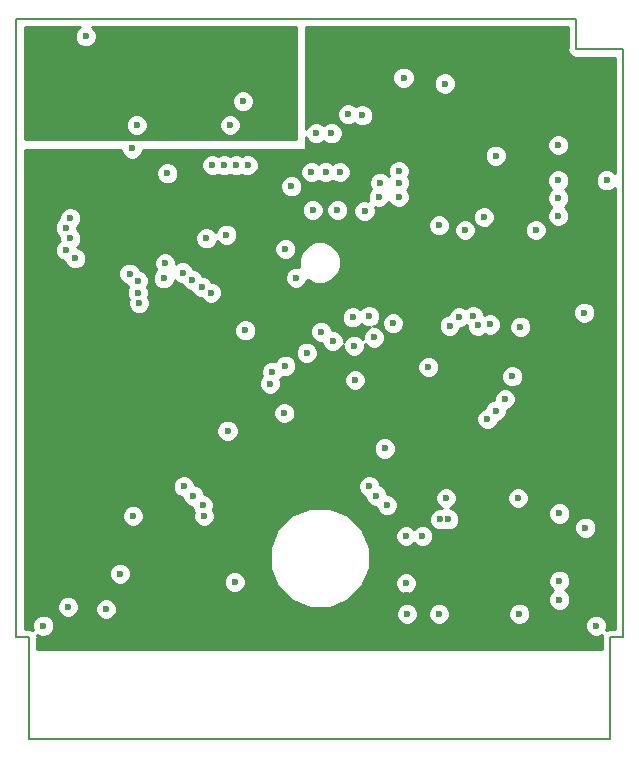
<source format=gbr>
G04 #@! TF.GenerationSoftware,KiCad,Pcbnew,5.0.2-bee76a0~70~ubuntu18.10.1*
G04 #@! TF.CreationDate,2019-01-06T00:11:33+02:00*
G04 #@! TF.ProjectId,GB-LIVE32,47422d4c-4956-4453-9332-2e6b69636164,v2.0*
G04 #@! TF.SameCoordinates,Original*
G04 #@! TF.FileFunction,Copper,L3,Inr*
G04 #@! TF.FilePolarity,Positive*
%FSLAX46Y46*%
G04 Gerber Fmt 4.6, Leading zero omitted, Abs format (unit mm)*
G04 Created by KiCad (PCBNEW 5.0.2-bee76a0~70~ubuntu18.10.1) date su  6. tammikuuta 2019 00.11.33*
%MOMM*%
%LPD*%
G01*
G04 APERTURE LIST*
G04 #@! TA.AperFunction,NonConductor*
%ADD10C,0.150000*%
G04 #@! TD*
G04 #@! TA.AperFunction,ViaPad*
%ADD11C,0.600000*%
G04 #@! TD*
G04 #@! TA.AperFunction,Conductor*
%ADD12C,0.254000*%
G04 #@! TD*
G04 APERTURE END LIST*
D10*
X121700000Y-41600000D02*
X125700000Y-41600000D01*
X121700000Y-39000000D02*
X121700000Y-41600000D01*
X125700000Y-41600000D02*
X125700000Y-91400000D01*
X74300000Y-39000000D02*
X121700000Y-39000000D01*
X74300000Y-91400000D02*
X74300000Y-39000000D01*
X124600000Y-91400000D02*
X125700000Y-91400000D01*
X75400000Y-91400000D02*
X74300000Y-91400000D01*
X124600000Y-91400000D02*
X124600000Y-100000000D01*
X75400000Y-100000000D02*
X124600000Y-100000000D01*
X75400000Y-91400000D02*
X75400000Y-100000000D01*
D11*
G04 #@! TO.N,Net-(C1-Pad2)*
X84500000Y-48000000D03*
X92400000Y-48000000D03*
G04 #@! TO.N,GND*
X93100000Y-39900000D03*
X92800000Y-86700000D03*
X120300000Y-86600000D03*
X123400000Y-90400000D03*
X78700000Y-88800000D03*
X81900000Y-89000000D03*
X90200000Y-81100000D03*
X84200000Y-81100000D03*
X110100000Y-89400000D03*
X110200000Y-81400000D03*
X110900000Y-81400000D03*
X86600000Y-46700000D03*
X81800000Y-43100000D03*
X81800000Y-44600000D03*
X96900000Y-40300000D03*
X107100000Y-44000000D03*
X122500000Y-82100000D03*
X120300000Y-80900000D03*
X105500000Y-75400000D03*
X107400000Y-89400000D03*
X107300000Y-82800000D03*
X103000000Y-69600000D03*
X97000000Y-72400000D03*
X97100000Y-58500000D03*
X79300000Y-59300000D03*
X92200000Y-73900000D03*
X114900000Y-50600000D03*
X110600000Y-44500000D03*
X113383309Y-64983309D03*
X97600000Y-53200000D03*
X96100000Y-48200000D03*
X94800000Y-42300000D03*
X83300000Y-46000000D03*
X78500000Y-48200000D03*
X84100000Y-50000000D03*
X120200000Y-52700000D03*
X87100000Y-52100000D03*
X124300000Y-52700000D03*
G04 #@! TO.N,VCC*
X92800000Y-88300000D03*
X78700000Y-85000000D03*
X107100000Y-42300000D03*
X122500000Y-83700000D03*
X120200000Y-82500000D03*
X105500000Y-77000000D03*
X107400000Y-87800000D03*
X97100000Y-60100000D03*
X79300000Y-60900000D03*
X92200000Y-72200000D03*
X114900000Y-52200000D03*
X115000000Y-44500000D03*
X119400000Y-44600000D03*
X92600000Y-77300000D03*
X122000000Y-68700000D03*
X95900000Y-53200000D03*
X120200000Y-51200000D03*
X87100000Y-50500000D03*
G04 #@! TO.N,Net-(C9-Pad1)*
X80200000Y-40500000D03*
X93500000Y-46000000D03*
G04 #@! TO.N,/VCC_CART*
X76600000Y-90400004D03*
X120300000Y-88200000D03*
G04 #@! TO.N,/~CS*
X116800000Y-79600000D03*
X92100000Y-57300000D03*
X103600000Y-47200000D03*
X110700000Y-79600000D03*
G04 #@! TO.N,/~GB_EN*
X93700000Y-65400000D03*
X95800000Y-69900000D03*
X101700000Y-52000000D03*
X102400000Y-47100000D03*
G04 #@! TO.N,/~GB_RES*
X98000000Y-60940000D03*
X122400002Y-63900000D03*
G04 #@! TO.N,/~WR*
X99300000Y-52000000D03*
X99700000Y-48700000D03*
X113900000Y-55800006D03*
X118300000Y-56900000D03*
G04 #@! TO.N,/~OE*
X100500000Y-52000000D03*
X101000000Y-48700000D03*
G04 #@! TO.N,/D4*
X78900000Y-55900000D03*
X114200000Y-72900000D03*
G04 #@! TO.N,/D5*
X78500000Y-56700000D03*
X114900000Y-72200000D03*
G04 #@! TO.N,/D6*
X78900000Y-57600000D03*
X115700000Y-71200000D03*
G04 #@! TO.N,/D7*
X78500000Y-58600000D03*
X116300000Y-69300000D03*
G04 #@! TO.N,/A0*
X83900000Y-60600000D03*
X90900000Y-51400000D03*
G04 #@! TO.N,/A1*
X84600000Y-61200000D03*
X91900000Y-51400000D03*
G04 #@! TO.N,/A2*
X84600000Y-62200000D03*
X92900000Y-51400000D03*
G04 #@! TO.N,/A3*
X84700000Y-63100000D03*
X93900000Y-51400000D03*
G04 #@! TO.N,/A4*
X90400000Y-57600000D03*
X103799994Y-55300000D03*
G04 #@! TO.N,/A5*
X104200000Y-78600000D03*
X88500000Y-78600000D03*
G04 #@! TO.N,/A6*
X104800000Y-79400000D03*
X89300006Y-79400000D03*
G04 #@! TO.N,/A7*
X105700000Y-80200000D03*
X90099992Y-80200000D03*
G04 #@! TO.N,/A8*
X96000000Y-68900000D03*
X106199978Y-64800000D03*
G04 #@! TO.N,/A9*
X97100000Y-68400000D03*
X104599978Y-66000000D03*
G04 #@! TO.N,/A10*
X117000000Y-65100000D03*
X109200000Y-68500000D03*
G04 #@! TO.N,/A11*
X98900000Y-67300000D03*
X102900006Y-66700000D03*
G04 #@! TO.N,/A12*
X100125000Y-65500000D03*
X102800000Y-64300000D03*
G04 #@! TO.N,/A13*
X101100000Y-66300000D03*
X104200000Y-64199994D03*
G04 #@! TO.N,/A14*
X112300000Y-56900000D03*
X110100000Y-56500000D03*
G04 #@! TO.N,/D0*
X111000000Y-65000000D03*
X90800000Y-62200000D03*
G04 #@! TO.N,/D1*
X111800000Y-64300010D03*
X90000004Y-61700000D03*
G04 #@! TO.N,/D2*
X113000000Y-64200000D03*
X89200000Y-61100000D03*
G04 #@! TO.N,/D3*
X114400000Y-64900000D03*
X88400000Y-60500000D03*
G04 #@! TO.N,Net-(U4-Pad1)*
X83100000Y-86000000D03*
X108700000Y-82800000D03*
G04 #@! TO.N,Net-(U4-Pad4)*
X107300000Y-86800000D03*
X116900000Y-89400000D03*
G04 #@! TO.N,/VPP*
X120200000Y-49700000D03*
X106700000Y-51900000D03*
X101500000Y-55200000D03*
X99400001Y-55200000D03*
G04 #@! TO.N,/PGD*
X86900000Y-59700000D03*
X120200000Y-54200000D03*
X106699992Y-52900000D03*
X105100000Y-52900000D03*
G04 #@! TO.N,/PGC*
X86800000Y-61000000D03*
X120200000Y-55700000D03*
X105000000Y-54100000D03*
X106700008Y-54100000D03*
G04 #@! TD*
D12*
G04 #@! TO.N,GND*
G36*
X79407345Y-39970365D02*
X79265000Y-40314017D01*
X79265000Y-40685983D01*
X79407345Y-41029635D01*
X79670365Y-41292655D01*
X80014017Y-41435000D01*
X80385983Y-41435000D01*
X80729635Y-41292655D01*
X80992655Y-41029635D01*
X81135000Y-40685983D01*
X81135000Y-40314017D01*
X80992655Y-39970365D01*
X80732290Y-39710000D01*
X97973000Y-39710000D01*
X97973000Y-49173000D01*
X75010000Y-49173000D01*
X75010000Y-47814017D01*
X83565000Y-47814017D01*
X83565000Y-48185983D01*
X83707345Y-48529635D01*
X83970365Y-48792655D01*
X84314017Y-48935000D01*
X84685983Y-48935000D01*
X85029635Y-48792655D01*
X85292655Y-48529635D01*
X85435000Y-48185983D01*
X85435000Y-47814017D01*
X91465000Y-47814017D01*
X91465000Y-48185983D01*
X91607345Y-48529635D01*
X91870365Y-48792655D01*
X92214017Y-48935000D01*
X92585983Y-48935000D01*
X92929635Y-48792655D01*
X93192655Y-48529635D01*
X93335000Y-48185983D01*
X93335000Y-47814017D01*
X93192655Y-47470365D01*
X92929635Y-47207345D01*
X92585983Y-47065000D01*
X92214017Y-47065000D01*
X91870365Y-47207345D01*
X91607345Y-47470365D01*
X91465000Y-47814017D01*
X85435000Y-47814017D01*
X85292655Y-47470365D01*
X85029635Y-47207345D01*
X84685983Y-47065000D01*
X84314017Y-47065000D01*
X83970365Y-47207345D01*
X83707345Y-47470365D01*
X83565000Y-47814017D01*
X75010000Y-47814017D01*
X75010000Y-45814017D01*
X92565000Y-45814017D01*
X92565000Y-46185983D01*
X92707345Y-46529635D01*
X92970365Y-46792655D01*
X93314017Y-46935000D01*
X93685983Y-46935000D01*
X94029635Y-46792655D01*
X94292655Y-46529635D01*
X94435000Y-46185983D01*
X94435000Y-45814017D01*
X94292655Y-45470365D01*
X94029635Y-45207345D01*
X93685983Y-45065000D01*
X93314017Y-45065000D01*
X92970365Y-45207345D01*
X92707345Y-45470365D01*
X92565000Y-45814017D01*
X75010000Y-45814017D01*
X75010000Y-39710000D01*
X79667710Y-39710000D01*
X79407345Y-39970365D01*
X79407345Y-39970365D01*
G37*
X79407345Y-39970365D02*
X79265000Y-40314017D01*
X79265000Y-40685983D01*
X79407345Y-41029635D01*
X79670365Y-41292655D01*
X80014017Y-41435000D01*
X80385983Y-41435000D01*
X80729635Y-41292655D01*
X80992655Y-41029635D01*
X81135000Y-40685983D01*
X81135000Y-40314017D01*
X80992655Y-39970365D01*
X80732290Y-39710000D01*
X97973000Y-39710000D01*
X97973000Y-49173000D01*
X75010000Y-49173000D01*
X75010000Y-47814017D01*
X83565000Y-47814017D01*
X83565000Y-48185983D01*
X83707345Y-48529635D01*
X83970365Y-48792655D01*
X84314017Y-48935000D01*
X84685983Y-48935000D01*
X85029635Y-48792655D01*
X85292655Y-48529635D01*
X85435000Y-48185983D01*
X85435000Y-47814017D01*
X91465000Y-47814017D01*
X91465000Y-48185983D01*
X91607345Y-48529635D01*
X91870365Y-48792655D01*
X92214017Y-48935000D01*
X92585983Y-48935000D01*
X92929635Y-48792655D01*
X93192655Y-48529635D01*
X93335000Y-48185983D01*
X93335000Y-47814017D01*
X93192655Y-47470365D01*
X92929635Y-47207345D01*
X92585983Y-47065000D01*
X92214017Y-47065000D01*
X91870365Y-47207345D01*
X91607345Y-47470365D01*
X91465000Y-47814017D01*
X85435000Y-47814017D01*
X85292655Y-47470365D01*
X85029635Y-47207345D01*
X84685983Y-47065000D01*
X84314017Y-47065000D01*
X83970365Y-47207345D01*
X83707345Y-47470365D01*
X83565000Y-47814017D01*
X75010000Y-47814017D01*
X75010000Y-45814017D01*
X92565000Y-45814017D01*
X92565000Y-46185983D01*
X92707345Y-46529635D01*
X92970365Y-46792655D01*
X93314017Y-46935000D01*
X93685983Y-46935000D01*
X94029635Y-46792655D01*
X94292655Y-46529635D01*
X94435000Y-46185983D01*
X94435000Y-45814017D01*
X94292655Y-45470365D01*
X94029635Y-45207345D01*
X93685983Y-45065000D01*
X93314017Y-45065000D01*
X92970365Y-45207345D01*
X92707345Y-45470365D01*
X92565000Y-45814017D01*
X75010000Y-45814017D01*
X75010000Y-39710000D01*
X79667710Y-39710000D01*
X79407345Y-39970365D01*
G04 #@! TO.N,VCC*
G36*
X120990001Y-41530070D02*
X120976091Y-41600000D01*
X121031195Y-41877028D01*
X121188119Y-42111881D01*
X121422972Y-42268805D01*
X121630074Y-42310000D01*
X121630075Y-42310000D01*
X121700000Y-42323909D01*
X121769926Y-42310000D01*
X124990000Y-42310000D01*
X124990000Y-52067710D01*
X124829635Y-51907345D01*
X124485983Y-51765000D01*
X124114017Y-51765000D01*
X123770365Y-51907345D01*
X123507345Y-52170365D01*
X123365000Y-52514017D01*
X123365000Y-52885983D01*
X123507345Y-53229635D01*
X123770365Y-53492655D01*
X124114017Y-53635000D01*
X124485983Y-53635000D01*
X124829635Y-53492655D01*
X124990000Y-53332290D01*
X124990001Y-90690000D01*
X124669925Y-90690000D01*
X124600000Y-90676091D01*
X124530074Y-90690000D01*
X124322972Y-90731195D01*
X124256436Y-90775653D01*
X124335000Y-90585983D01*
X124335000Y-90214017D01*
X124192655Y-89870365D01*
X123929635Y-89607345D01*
X123585983Y-89465000D01*
X123214017Y-89465000D01*
X122870365Y-89607345D01*
X122607345Y-89870365D01*
X122465000Y-90214017D01*
X122465000Y-90585983D01*
X122607345Y-90929635D01*
X122870365Y-91192655D01*
X123214017Y-91335000D01*
X123585983Y-91335000D01*
X123916230Y-91198208D01*
X123876091Y-91400000D01*
X123890000Y-91469925D01*
X123890000Y-92373000D01*
X76110000Y-92373000D01*
X76110000Y-91469925D01*
X76123909Y-91400000D01*
X76083771Y-91198212D01*
X76414017Y-91335004D01*
X76785983Y-91335004D01*
X77129635Y-91192659D01*
X77392655Y-90929639D01*
X77535000Y-90585987D01*
X77535000Y-90214021D01*
X77392655Y-89870369D01*
X77129635Y-89607349D01*
X76785983Y-89465004D01*
X76414017Y-89465004D01*
X76070365Y-89607349D01*
X75807345Y-89870369D01*
X75665000Y-90214021D01*
X75665000Y-90585987D01*
X75743561Y-90775651D01*
X75677028Y-90731195D01*
X75469926Y-90690000D01*
X75469925Y-90690000D01*
X75400000Y-90676091D01*
X75330074Y-90690000D01*
X75010000Y-90690000D01*
X75010000Y-88614017D01*
X77765000Y-88614017D01*
X77765000Y-88985983D01*
X77907345Y-89329635D01*
X78170365Y-89592655D01*
X78514017Y-89735000D01*
X78885983Y-89735000D01*
X79229635Y-89592655D01*
X79492655Y-89329635D01*
X79635000Y-88985983D01*
X79635000Y-88814017D01*
X80965000Y-88814017D01*
X80965000Y-89185983D01*
X81107345Y-89529635D01*
X81370365Y-89792655D01*
X81714017Y-89935000D01*
X82085983Y-89935000D01*
X82429635Y-89792655D01*
X82692655Y-89529635D01*
X82823387Y-89214017D01*
X106465000Y-89214017D01*
X106465000Y-89585983D01*
X106607345Y-89929635D01*
X106870365Y-90192655D01*
X107214017Y-90335000D01*
X107585983Y-90335000D01*
X107929635Y-90192655D01*
X108192655Y-89929635D01*
X108335000Y-89585983D01*
X108335000Y-89214017D01*
X109165000Y-89214017D01*
X109165000Y-89585983D01*
X109307345Y-89929635D01*
X109570365Y-90192655D01*
X109914017Y-90335000D01*
X110285983Y-90335000D01*
X110629635Y-90192655D01*
X110892655Y-89929635D01*
X111035000Y-89585983D01*
X111035000Y-89214017D01*
X115965000Y-89214017D01*
X115965000Y-89585983D01*
X116107345Y-89929635D01*
X116370365Y-90192655D01*
X116714017Y-90335000D01*
X117085983Y-90335000D01*
X117429635Y-90192655D01*
X117692655Y-89929635D01*
X117835000Y-89585983D01*
X117835000Y-89214017D01*
X117692655Y-88870365D01*
X117429635Y-88607345D01*
X117085983Y-88465000D01*
X116714017Y-88465000D01*
X116370365Y-88607345D01*
X116107345Y-88870365D01*
X115965000Y-89214017D01*
X111035000Y-89214017D01*
X110892655Y-88870365D01*
X110629635Y-88607345D01*
X110285983Y-88465000D01*
X109914017Y-88465000D01*
X109570365Y-88607345D01*
X109307345Y-88870365D01*
X109165000Y-89214017D01*
X108335000Y-89214017D01*
X108192655Y-88870365D01*
X107929635Y-88607345D01*
X107585983Y-88465000D01*
X107214017Y-88465000D01*
X106870365Y-88607345D01*
X106607345Y-88870365D01*
X106465000Y-89214017D01*
X82823387Y-89214017D01*
X82835000Y-89185983D01*
X82835000Y-88814017D01*
X82692655Y-88470365D01*
X82429635Y-88207345D01*
X82085983Y-88065000D01*
X81714017Y-88065000D01*
X81370365Y-88207345D01*
X81107345Y-88470365D01*
X80965000Y-88814017D01*
X79635000Y-88814017D01*
X79635000Y-88614017D01*
X79492655Y-88270365D01*
X79229635Y-88007345D01*
X78885983Y-87865000D01*
X78514017Y-87865000D01*
X78170365Y-88007345D01*
X77907345Y-88270365D01*
X77765000Y-88614017D01*
X75010000Y-88614017D01*
X75010000Y-85814017D01*
X82165000Y-85814017D01*
X82165000Y-86185983D01*
X82307345Y-86529635D01*
X82570365Y-86792655D01*
X82914017Y-86935000D01*
X83285983Y-86935000D01*
X83629635Y-86792655D01*
X83892655Y-86529635D01*
X83899124Y-86514017D01*
X91865000Y-86514017D01*
X91865000Y-86885983D01*
X92007345Y-87229635D01*
X92270365Y-87492655D01*
X92614017Y-87635000D01*
X92985983Y-87635000D01*
X93329635Y-87492655D01*
X93592655Y-87229635D01*
X93735000Y-86885983D01*
X93735000Y-86514017D01*
X93592655Y-86170365D01*
X93329635Y-85907345D01*
X92985983Y-85765000D01*
X92614017Y-85765000D01*
X92270365Y-85907345D01*
X92007345Y-86170365D01*
X91865000Y-86514017D01*
X83899124Y-86514017D01*
X84035000Y-86185983D01*
X84035000Y-85814017D01*
X83892655Y-85470365D01*
X83629635Y-85207345D01*
X83285983Y-85065000D01*
X82914017Y-85065000D01*
X82570365Y-85207345D01*
X82307345Y-85470365D01*
X82165000Y-85814017D01*
X75010000Y-85814017D01*
X75010000Y-83807606D01*
X95765000Y-83807606D01*
X95765000Y-85492394D01*
X96409740Y-87048935D01*
X97601065Y-88240260D01*
X99157606Y-88885000D01*
X100842394Y-88885000D01*
X102398935Y-88240260D01*
X103590260Y-87048935D01*
X103770408Y-86614017D01*
X106365000Y-86614017D01*
X106365000Y-86985983D01*
X106507345Y-87329635D01*
X106770365Y-87592655D01*
X107114017Y-87735000D01*
X107485983Y-87735000D01*
X107829635Y-87592655D01*
X108092655Y-87329635D01*
X108235000Y-86985983D01*
X108235000Y-86614017D01*
X108152158Y-86414017D01*
X119365000Y-86414017D01*
X119365000Y-86785983D01*
X119507345Y-87129635D01*
X119770365Y-87392655D01*
X119788097Y-87400000D01*
X119770365Y-87407345D01*
X119507345Y-87670365D01*
X119365000Y-88014017D01*
X119365000Y-88385983D01*
X119507345Y-88729635D01*
X119770365Y-88992655D01*
X120114017Y-89135000D01*
X120485983Y-89135000D01*
X120829635Y-88992655D01*
X121092655Y-88729635D01*
X121235000Y-88385983D01*
X121235000Y-88014017D01*
X121092655Y-87670365D01*
X120829635Y-87407345D01*
X120811903Y-87400000D01*
X120829635Y-87392655D01*
X121092655Y-87129635D01*
X121235000Y-86785983D01*
X121235000Y-86414017D01*
X121092655Y-86070365D01*
X120829635Y-85807345D01*
X120485983Y-85665000D01*
X120114017Y-85665000D01*
X119770365Y-85807345D01*
X119507345Y-86070365D01*
X119365000Y-86414017D01*
X108152158Y-86414017D01*
X108092655Y-86270365D01*
X107829635Y-86007345D01*
X107485983Y-85865000D01*
X107114017Y-85865000D01*
X106770365Y-86007345D01*
X106507345Y-86270365D01*
X106365000Y-86614017D01*
X103770408Y-86614017D01*
X104235000Y-85492394D01*
X104235000Y-83807606D01*
X103740600Y-82614017D01*
X106365000Y-82614017D01*
X106365000Y-82985983D01*
X106507345Y-83329635D01*
X106770365Y-83592655D01*
X107114017Y-83735000D01*
X107485983Y-83735000D01*
X107829635Y-83592655D01*
X108000000Y-83422290D01*
X108170365Y-83592655D01*
X108514017Y-83735000D01*
X108885983Y-83735000D01*
X109229635Y-83592655D01*
X109492655Y-83329635D01*
X109635000Y-82985983D01*
X109635000Y-82614017D01*
X109492655Y-82270365D01*
X109229635Y-82007345D01*
X108885983Y-81865000D01*
X108514017Y-81865000D01*
X108170365Y-82007345D01*
X108000000Y-82177710D01*
X107829635Y-82007345D01*
X107485983Y-81865000D01*
X107114017Y-81865000D01*
X106770365Y-82007345D01*
X106507345Y-82270365D01*
X106365000Y-82614017D01*
X103740600Y-82614017D01*
X103590260Y-82251065D01*
X102553212Y-81214017D01*
X109265000Y-81214017D01*
X109265000Y-81585983D01*
X109407345Y-81929635D01*
X109670365Y-82192655D01*
X110014017Y-82335000D01*
X110385983Y-82335000D01*
X110550000Y-82267062D01*
X110714017Y-82335000D01*
X111085983Y-82335000D01*
X111429635Y-82192655D01*
X111692655Y-81929635D01*
X111699124Y-81914017D01*
X121565000Y-81914017D01*
X121565000Y-82285983D01*
X121707345Y-82629635D01*
X121970365Y-82892655D01*
X122314017Y-83035000D01*
X122685983Y-83035000D01*
X123029635Y-82892655D01*
X123292655Y-82629635D01*
X123435000Y-82285983D01*
X123435000Y-81914017D01*
X123292655Y-81570365D01*
X123029635Y-81307345D01*
X122685983Y-81165000D01*
X122314017Y-81165000D01*
X121970365Y-81307345D01*
X121707345Y-81570365D01*
X121565000Y-81914017D01*
X111699124Y-81914017D01*
X111835000Y-81585983D01*
X111835000Y-81214017D01*
X111692655Y-80870365D01*
X111536307Y-80714017D01*
X119365000Y-80714017D01*
X119365000Y-81085983D01*
X119507345Y-81429635D01*
X119770365Y-81692655D01*
X120114017Y-81835000D01*
X120485983Y-81835000D01*
X120829635Y-81692655D01*
X121092655Y-81429635D01*
X121235000Y-81085983D01*
X121235000Y-80714017D01*
X121092655Y-80370365D01*
X120829635Y-80107345D01*
X120485983Y-79965000D01*
X120114017Y-79965000D01*
X119770365Y-80107345D01*
X119507345Y-80370365D01*
X119365000Y-80714017D01*
X111536307Y-80714017D01*
X111429635Y-80607345D01*
X111085983Y-80465000D01*
X111054978Y-80465000D01*
X111229635Y-80392655D01*
X111492655Y-80129635D01*
X111635000Y-79785983D01*
X111635000Y-79414017D01*
X115865000Y-79414017D01*
X115865000Y-79785983D01*
X116007345Y-80129635D01*
X116270365Y-80392655D01*
X116614017Y-80535000D01*
X116985983Y-80535000D01*
X117329635Y-80392655D01*
X117592655Y-80129635D01*
X117735000Y-79785983D01*
X117735000Y-79414017D01*
X117592655Y-79070365D01*
X117329635Y-78807345D01*
X116985983Y-78665000D01*
X116614017Y-78665000D01*
X116270365Y-78807345D01*
X116007345Y-79070365D01*
X115865000Y-79414017D01*
X111635000Y-79414017D01*
X111492655Y-79070365D01*
X111229635Y-78807345D01*
X110885983Y-78665000D01*
X110514017Y-78665000D01*
X110170365Y-78807345D01*
X109907345Y-79070365D01*
X109765000Y-79414017D01*
X109765000Y-79785983D01*
X109907345Y-80129635D01*
X110170365Y-80392655D01*
X110345022Y-80465000D01*
X110014017Y-80465000D01*
X109670365Y-80607345D01*
X109407345Y-80870365D01*
X109265000Y-81214017D01*
X102553212Y-81214017D01*
X102398935Y-81059740D01*
X100842394Y-80415000D01*
X99157606Y-80415000D01*
X97601065Y-81059740D01*
X96409740Y-82251065D01*
X95765000Y-83807606D01*
X75010000Y-83807606D01*
X75010000Y-80914017D01*
X83265000Y-80914017D01*
X83265000Y-81285983D01*
X83407345Y-81629635D01*
X83670365Y-81892655D01*
X84014017Y-82035000D01*
X84385983Y-82035000D01*
X84729635Y-81892655D01*
X84992655Y-81629635D01*
X85135000Y-81285983D01*
X85135000Y-80914017D01*
X84992655Y-80570365D01*
X84729635Y-80307345D01*
X84385983Y-80165000D01*
X84014017Y-80165000D01*
X83670365Y-80307345D01*
X83407345Y-80570365D01*
X83265000Y-80914017D01*
X75010000Y-80914017D01*
X75010000Y-78414017D01*
X87565000Y-78414017D01*
X87565000Y-78785983D01*
X87707345Y-79129635D01*
X87970365Y-79392655D01*
X88314017Y-79535000D01*
X88365006Y-79535000D01*
X88365006Y-79585983D01*
X88507351Y-79929635D01*
X88770371Y-80192655D01*
X89114023Y-80335000D01*
X89164992Y-80335000D01*
X89164992Y-80385983D01*
X89307337Y-80729635D01*
X89331404Y-80753702D01*
X89265000Y-80914017D01*
X89265000Y-81285983D01*
X89407345Y-81629635D01*
X89670365Y-81892655D01*
X90014017Y-82035000D01*
X90385983Y-82035000D01*
X90729635Y-81892655D01*
X90992655Y-81629635D01*
X91135000Y-81285983D01*
X91135000Y-80914017D01*
X90992655Y-80570365D01*
X90968588Y-80546298D01*
X91034992Y-80385983D01*
X91034992Y-80014017D01*
X90892647Y-79670365D01*
X90629627Y-79407345D01*
X90285975Y-79265000D01*
X90235006Y-79265000D01*
X90235006Y-79214017D01*
X90092661Y-78870365D01*
X89829641Y-78607345D01*
X89485989Y-78465000D01*
X89435000Y-78465000D01*
X89435000Y-78414017D01*
X103265000Y-78414017D01*
X103265000Y-78785983D01*
X103407345Y-79129635D01*
X103670365Y-79392655D01*
X103865000Y-79473275D01*
X103865000Y-79585983D01*
X104007345Y-79929635D01*
X104270365Y-80192655D01*
X104614017Y-80335000D01*
X104765000Y-80335000D01*
X104765000Y-80385983D01*
X104907345Y-80729635D01*
X105170365Y-80992655D01*
X105514017Y-81135000D01*
X105885983Y-81135000D01*
X106229635Y-80992655D01*
X106492655Y-80729635D01*
X106635000Y-80385983D01*
X106635000Y-80014017D01*
X106492655Y-79670365D01*
X106229635Y-79407345D01*
X105885983Y-79265000D01*
X105735000Y-79265000D01*
X105735000Y-79214017D01*
X105592655Y-78870365D01*
X105329635Y-78607345D01*
X105135000Y-78526725D01*
X105135000Y-78414017D01*
X104992655Y-78070365D01*
X104729635Y-77807345D01*
X104385983Y-77665000D01*
X104014017Y-77665000D01*
X103670365Y-77807345D01*
X103407345Y-78070365D01*
X103265000Y-78414017D01*
X89435000Y-78414017D01*
X89292655Y-78070365D01*
X89029635Y-77807345D01*
X88685983Y-77665000D01*
X88314017Y-77665000D01*
X87970365Y-77807345D01*
X87707345Y-78070365D01*
X87565000Y-78414017D01*
X75010000Y-78414017D01*
X75010000Y-75214017D01*
X104565000Y-75214017D01*
X104565000Y-75585983D01*
X104707345Y-75929635D01*
X104970365Y-76192655D01*
X105314017Y-76335000D01*
X105685983Y-76335000D01*
X106029635Y-76192655D01*
X106292655Y-75929635D01*
X106435000Y-75585983D01*
X106435000Y-75214017D01*
X106292655Y-74870365D01*
X106029635Y-74607345D01*
X105685983Y-74465000D01*
X105314017Y-74465000D01*
X104970365Y-74607345D01*
X104707345Y-74870365D01*
X104565000Y-75214017D01*
X75010000Y-75214017D01*
X75010000Y-73714017D01*
X91265000Y-73714017D01*
X91265000Y-74085983D01*
X91407345Y-74429635D01*
X91670365Y-74692655D01*
X92014017Y-74835000D01*
X92385983Y-74835000D01*
X92729635Y-74692655D01*
X92992655Y-74429635D01*
X93135000Y-74085983D01*
X93135000Y-73714017D01*
X92992655Y-73370365D01*
X92729635Y-73107345D01*
X92385983Y-72965000D01*
X92014017Y-72965000D01*
X91670365Y-73107345D01*
X91407345Y-73370365D01*
X91265000Y-73714017D01*
X75010000Y-73714017D01*
X75010000Y-72214017D01*
X96065000Y-72214017D01*
X96065000Y-72585983D01*
X96207345Y-72929635D01*
X96470365Y-73192655D01*
X96814017Y-73335000D01*
X97185983Y-73335000D01*
X97529635Y-73192655D01*
X97792655Y-72929635D01*
X97881966Y-72714017D01*
X113265000Y-72714017D01*
X113265000Y-73085983D01*
X113407345Y-73429635D01*
X113670365Y-73692655D01*
X114014017Y-73835000D01*
X114385983Y-73835000D01*
X114729635Y-73692655D01*
X114992655Y-73429635D01*
X115120643Y-73120643D01*
X115429635Y-72992655D01*
X115692655Y-72729635D01*
X115835000Y-72385983D01*
X115835000Y-72135000D01*
X115885983Y-72135000D01*
X116229635Y-71992655D01*
X116492655Y-71729635D01*
X116635000Y-71385983D01*
X116635000Y-71014017D01*
X116492655Y-70670365D01*
X116229635Y-70407345D01*
X115885983Y-70265000D01*
X115514017Y-70265000D01*
X115170365Y-70407345D01*
X114907345Y-70670365D01*
X114765000Y-71014017D01*
X114765000Y-71265000D01*
X114714017Y-71265000D01*
X114370365Y-71407345D01*
X114107345Y-71670365D01*
X113979357Y-71979357D01*
X113670365Y-72107345D01*
X113407345Y-72370365D01*
X113265000Y-72714017D01*
X97881966Y-72714017D01*
X97935000Y-72585983D01*
X97935000Y-72214017D01*
X97792655Y-71870365D01*
X97529635Y-71607345D01*
X97185983Y-71465000D01*
X96814017Y-71465000D01*
X96470365Y-71607345D01*
X96207345Y-71870365D01*
X96065000Y-72214017D01*
X75010000Y-72214017D01*
X75010000Y-69714017D01*
X94865000Y-69714017D01*
X94865000Y-70085983D01*
X95007345Y-70429635D01*
X95270365Y-70692655D01*
X95614017Y-70835000D01*
X95985983Y-70835000D01*
X96329635Y-70692655D01*
X96592655Y-70429635D01*
X96735000Y-70085983D01*
X96735000Y-69714017D01*
X96668593Y-69553697D01*
X96792655Y-69429635D01*
X96799124Y-69414017D01*
X102065000Y-69414017D01*
X102065000Y-69785983D01*
X102207345Y-70129635D01*
X102470365Y-70392655D01*
X102814017Y-70535000D01*
X103185983Y-70535000D01*
X103529635Y-70392655D01*
X103792655Y-70129635D01*
X103935000Y-69785983D01*
X103935000Y-69414017D01*
X103792655Y-69070365D01*
X103529635Y-68807345D01*
X103185983Y-68665000D01*
X102814017Y-68665000D01*
X102470365Y-68807345D01*
X102207345Y-69070365D01*
X102065000Y-69414017D01*
X96799124Y-69414017D01*
X96843886Y-69305951D01*
X96914017Y-69335000D01*
X97285983Y-69335000D01*
X97629635Y-69192655D01*
X97892655Y-68929635D01*
X98035000Y-68585983D01*
X98035000Y-68314017D01*
X108265000Y-68314017D01*
X108265000Y-68685983D01*
X108407345Y-69029635D01*
X108670365Y-69292655D01*
X109014017Y-69435000D01*
X109385983Y-69435000D01*
X109729635Y-69292655D01*
X109908273Y-69114017D01*
X115365000Y-69114017D01*
X115365000Y-69485983D01*
X115507345Y-69829635D01*
X115770365Y-70092655D01*
X116114017Y-70235000D01*
X116485983Y-70235000D01*
X116829635Y-70092655D01*
X117092655Y-69829635D01*
X117235000Y-69485983D01*
X117235000Y-69114017D01*
X117092655Y-68770365D01*
X116829635Y-68507345D01*
X116485983Y-68365000D01*
X116114017Y-68365000D01*
X115770365Y-68507345D01*
X115507345Y-68770365D01*
X115365000Y-69114017D01*
X109908273Y-69114017D01*
X109992655Y-69029635D01*
X110135000Y-68685983D01*
X110135000Y-68314017D01*
X109992655Y-67970365D01*
X109729635Y-67707345D01*
X109385983Y-67565000D01*
X109014017Y-67565000D01*
X108670365Y-67707345D01*
X108407345Y-67970365D01*
X108265000Y-68314017D01*
X98035000Y-68314017D01*
X98035000Y-68214017D01*
X97892655Y-67870365D01*
X97629635Y-67607345D01*
X97285983Y-67465000D01*
X96914017Y-67465000D01*
X96570365Y-67607345D01*
X96307345Y-67870365D01*
X96256114Y-67994049D01*
X96185983Y-67965000D01*
X95814017Y-67965000D01*
X95470365Y-68107345D01*
X95207345Y-68370365D01*
X95065000Y-68714017D01*
X95065000Y-69085983D01*
X95131407Y-69246303D01*
X95007345Y-69370365D01*
X94865000Y-69714017D01*
X75010000Y-69714017D01*
X75010000Y-67114017D01*
X97965000Y-67114017D01*
X97965000Y-67485983D01*
X98107345Y-67829635D01*
X98370365Y-68092655D01*
X98714017Y-68235000D01*
X99085983Y-68235000D01*
X99429635Y-68092655D01*
X99692655Y-67829635D01*
X99835000Y-67485983D01*
X99835000Y-67114017D01*
X99692655Y-66770365D01*
X99429635Y-66507345D01*
X99085983Y-66365000D01*
X98714017Y-66365000D01*
X98370365Y-66507345D01*
X98107345Y-66770365D01*
X97965000Y-67114017D01*
X75010000Y-67114017D01*
X75010000Y-65214017D01*
X92765000Y-65214017D01*
X92765000Y-65585983D01*
X92907345Y-65929635D01*
X93170365Y-66192655D01*
X93514017Y-66335000D01*
X93885983Y-66335000D01*
X94229635Y-66192655D01*
X94492655Y-65929635D01*
X94635000Y-65585983D01*
X94635000Y-65314017D01*
X99190000Y-65314017D01*
X99190000Y-65685983D01*
X99332345Y-66029635D01*
X99595365Y-66292655D01*
X99939017Y-66435000D01*
X100165000Y-66435000D01*
X100165000Y-66485983D01*
X100307345Y-66829635D01*
X100570365Y-67092655D01*
X100914017Y-67235000D01*
X101285983Y-67235000D01*
X101629635Y-67092655D01*
X101892655Y-66829635D01*
X101965006Y-66654964D01*
X101965006Y-66885983D01*
X102107351Y-67229635D01*
X102370371Y-67492655D01*
X102714023Y-67635000D01*
X103085989Y-67635000D01*
X103429641Y-67492655D01*
X103692661Y-67229635D01*
X103835006Y-66885983D01*
X103835006Y-66557318D01*
X104070343Y-66792655D01*
X104413995Y-66935000D01*
X104785961Y-66935000D01*
X105129613Y-66792655D01*
X105392633Y-66529635D01*
X105534978Y-66185983D01*
X105534978Y-65814017D01*
X105392633Y-65470365D01*
X105129613Y-65207345D01*
X104785961Y-65065000D01*
X104554964Y-65065000D01*
X104729635Y-64992649D01*
X104992655Y-64729629D01*
X105040542Y-64614017D01*
X105264978Y-64614017D01*
X105264978Y-64985983D01*
X105407323Y-65329635D01*
X105670343Y-65592655D01*
X106013995Y-65735000D01*
X106385961Y-65735000D01*
X106729613Y-65592655D01*
X106992633Y-65329635D01*
X107134978Y-64985983D01*
X107134978Y-64814017D01*
X110065000Y-64814017D01*
X110065000Y-65185983D01*
X110207345Y-65529635D01*
X110470365Y-65792655D01*
X110814017Y-65935000D01*
X111185983Y-65935000D01*
X111529635Y-65792655D01*
X111792655Y-65529635D01*
X111914692Y-65235010D01*
X111985983Y-65235010D01*
X112329635Y-65092665D01*
X112448309Y-64973991D01*
X112448309Y-65169292D01*
X112590654Y-65512944D01*
X112853674Y-65775964D01*
X113197326Y-65918309D01*
X113569292Y-65918309D01*
X113912944Y-65775964D01*
X113959381Y-65729527D01*
X114214017Y-65835000D01*
X114585983Y-65835000D01*
X114929635Y-65692655D01*
X115192655Y-65429635D01*
X115335000Y-65085983D01*
X115335000Y-64914017D01*
X116065000Y-64914017D01*
X116065000Y-65285983D01*
X116207345Y-65629635D01*
X116470365Y-65892655D01*
X116814017Y-66035000D01*
X117185983Y-66035000D01*
X117529635Y-65892655D01*
X117792655Y-65629635D01*
X117935000Y-65285983D01*
X117935000Y-64914017D01*
X117792655Y-64570365D01*
X117529635Y-64307345D01*
X117185983Y-64165000D01*
X116814017Y-64165000D01*
X116470365Y-64307345D01*
X116207345Y-64570365D01*
X116065000Y-64914017D01*
X115335000Y-64914017D01*
X115335000Y-64714017D01*
X115192655Y-64370365D01*
X114929635Y-64107345D01*
X114585983Y-63965000D01*
X114214017Y-63965000D01*
X113935000Y-64080572D01*
X113935000Y-64014017D01*
X113810737Y-63714017D01*
X121465002Y-63714017D01*
X121465002Y-64085983D01*
X121607347Y-64429635D01*
X121870367Y-64692655D01*
X122214019Y-64835000D01*
X122585985Y-64835000D01*
X122929637Y-64692655D01*
X123192657Y-64429635D01*
X123335002Y-64085983D01*
X123335002Y-63714017D01*
X123192657Y-63370365D01*
X122929637Y-63107345D01*
X122585985Y-62965000D01*
X122214019Y-62965000D01*
X121870367Y-63107345D01*
X121607347Y-63370365D01*
X121465002Y-63714017D01*
X113810737Y-63714017D01*
X113792655Y-63670365D01*
X113529635Y-63407345D01*
X113185983Y-63265000D01*
X112814017Y-63265000D01*
X112470365Y-63407345D01*
X112349995Y-63527715D01*
X112329635Y-63507355D01*
X111985983Y-63365010D01*
X111614017Y-63365010D01*
X111270365Y-63507355D01*
X111007345Y-63770375D01*
X110885308Y-64065000D01*
X110814017Y-64065000D01*
X110470365Y-64207345D01*
X110207345Y-64470365D01*
X110065000Y-64814017D01*
X107134978Y-64814017D01*
X107134978Y-64614017D01*
X106992633Y-64270365D01*
X106729613Y-64007345D01*
X106385961Y-63865000D01*
X106013995Y-63865000D01*
X105670343Y-64007345D01*
X105407323Y-64270365D01*
X105264978Y-64614017D01*
X105040542Y-64614017D01*
X105135000Y-64385977D01*
X105135000Y-64014011D01*
X104992655Y-63670359D01*
X104729635Y-63407339D01*
X104385983Y-63264994D01*
X104014017Y-63264994D01*
X103670365Y-63407339D01*
X103449997Y-63627707D01*
X103329635Y-63507345D01*
X102985983Y-63365000D01*
X102614017Y-63365000D01*
X102270365Y-63507345D01*
X102007345Y-63770365D01*
X101865000Y-64114017D01*
X101865000Y-64485983D01*
X102007345Y-64829635D01*
X102270365Y-65092655D01*
X102614017Y-65235000D01*
X102985983Y-65235000D01*
X103329635Y-65092655D01*
X103550003Y-64872287D01*
X103670365Y-64992649D01*
X104014017Y-65134994D01*
X104245014Y-65134994D01*
X104070343Y-65207345D01*
X103807323Y-65470365D01*
X103664978Y-65814017D01*
X103664978Y-66142682D01*
X103429641Y-65907345D01*
X103085989Y-65765000D01*
X102714023Y-65765000D01*
X102370371Y-65907345D01*
X102107351Y-66170365D01*
X102035000Y-66345036D01*
X102035000Y-66114017D01*
X101892655Y-65770365D01*
X101629635Y-65507345D01*
X101285983Y-65365000D01*
X101060000Y-65365000D01*
X101060000Y-65314017D01*
X100917655Y-64970365D01*
X100654635Y-64707345D01*
X100310983Y-64565000D01*
X99939017Y-64565000D01*
X99595365Y-64707345D01*
X99332345Y-64970365D01*
X99190000Y-65314017D01*
X94635000Y-65314017D01*
X94635000Y-65214017D01*
X94492655Y-64870365D01*
X94229635Y-64607345D01*
X93885983Y-64465000D01*
X93514017Y-64465000D01*
X93170365Y-64607345D01*
X92907345Y-64870365D01*
X92765000Y-65214017D01*
X75010000Y-65214017D01*
X75010000Y-60414017D01*
X82965000Y-60414017D01*
X82965000Y-60785983D01*
X83107345Y-61129635D01*
X83370365Y-61392655D01*
X83714017Y-61535000D01*
X83726725Y-61535000D01*
X83795070Y-61700000D01*
X83665000Y-62014017D01*
X83665000Y-62385983D01*
X83807345Y-62729635D01*
X83831407Y-62753697D01*
X83765000Y-62914017D01*
X83765000Y-63285983D01*
X83907345Y-63629635D01*
X84170365Y-63892655D01*
X84514017Y-64035000D01*
X84885983Y-64035000D01*
X85229635Y-63892655D01*
X85492655Y-63629635D01*
X85635000Y-63285983D01*
X85635000Y-62914017D01*
X85492655Y-62570365D01*
X85468593Y-62546303D01*
X85535000Y-62385983D01*
X85535000Y-62014017D01*
X85404930Y-61700000D01*
X85535000Y-61385983D01*
X85535000Y-61014017D01*
X85452158Y-60814017D01*
X85865000Y-60814017D01*
X85865000Y-61185983D01*
X86007345Y-61529635D01*
X86270365Y-61792655D01*
X86614017Y-61935000D01*
X86985983Y-61935000D01*
X87329635Y-61792655D01*
X87592655Y-61529635D01*
X87735000Y-61185983D01*
X87735000Y-61157290D01*
X87870365Y-61292655D01*
X88214017Y-61435000D01*
X88326725Y-61435000D01*
X88407345Y-61629635D01*
X88670365Y-61892655D01*
X89014017Y-62035000D01*
X89126729Y-62035000D01*
X89207349Y-62229635D01*
X89470369Y-62492655D01*
X89814021Y-62635000D01*
X89968146Y-62635000D01*
X90007345Y-62729635D01*
X90270365Y-62992655D01*
X90614017Y-63135000D01*
X90985983Y-63135000D01*
X91329635Y-62992655D01*
X91592655Y-62729635D01*
X91735000Y-62385983D01*
X91735000Y-62014017D01*
X91592655Y-61670365D01*
X91329635Y-61407345D01*
X90985983Y-61265000D01*
X90831858Y-61265000D01*
X90792659Y-61170365D01*
X90529639Y-60907345D01*
X90185987Y-60765000D01*
X90073275Y-60765000D01*
X90068726Y-60754017D01*
X97065000Y-60754017D01*
X97065000Y-61125983D01*
X97207345Y-61469635D01*
X97470365Y-61732655D01*
X97814017Y-61875000D01*
X98185983Y-61875000D01*
X98529635Y-61732655D01*
X98792655Y-61469635D01*
X98935000Y-61125983D01*
X98935000Y-61109371D01*
X98988879Y-61163250D01*
X99644941Y-61435000D01*
X100355059Y-61435000D01*
X101011121Y-61163250D01*
X101513250Y-60661121D01*
X101785000Y-60005059D01*
X101785000Y-59294941D01*
X101513250Y-58638879D01*
X101011121Y-58136750D01*
X100355059Y-57865000D01*
X99644941Y-57865000D01*
X98988879Y-58136750D01*
X98486750Y-58638879D01*
X98215000Y-59294941D01*
X98215000Y-60005059D01*
X98220980Y-60019496D01*
X98185983Y-60005000D01*
X97814017Y-60005000D01*
X97470365Y-60147345D01*
X97207345Y-60410365D01*
X97065000Y-60754017D01*
X90068726Y-60754017D01*
X89992655Y-60570365D01*
X89729635Y-60307345D01*
X89385983Y-60165000D01*
X89273275Y-60165000D01*
X89192655Y-59970365D01*
X88929635Y-59707345D01*
X88585983Y-59565000D01*
X88214017Y-59565000D01*
X87870365Y-59707345D01*
X87835000Y-59742710D01*
X87835000Y-59514017D01*
X87692655Y-59170365D01*
X87429635Y-58907345D01*
X87085983Y-58765000D01*
X86714017Y-58765000D01*
X86370365Y-58907345D01*
X86107345Y-59170365D01*
X85965000Y-59514017D01*
X85965000Y-59885983D01*
X86107345Y-60229635D01*
X86177710Y-60300000D01*
X86007345Y-60470365D01*
X85865000Y-60814017D01*
X85452158Y-60814017D01*
X85392655Y-60670365D01*
X85129635Y-60407345D01*
X84785983Y-60265000D01*
X84773275Y-60265000D01*
X84692655Y-60070365D01*
X84429635Y-59807345D01*
X84085983Y-59665000D01*
X83714017Y-59665000D01*
X83370365Y-59807345D01*
X83107345Y-60070365D01*
X82965000Y-60414017D01*
X75010000Y-60414017D01*
X75010000Y-56514017D01*
X77565000Y-56514017D01*
X77565000Y-56885983D01*
X77707345Y-57229635D01*
X77965000Y-57487290D01*
X77965000Y-57785983D01*
X77973338Y-57806113D01*
X77970365Y-57807345D01*
X77707345Y-58070365D01*
X77565000Y-58414017D01*
X77565000Y-58785983D01*
X77707345Y-59129635D01*
X77970365Y-59392655D01*
X78314017Y-59535000D01*
X78385303Y-59535000D01*
X78507345Y-59829635D01*
X78770365Y-60092655D01*
X79114017Y-60235000D01*
X79485983Y-60235000D01*
X79829635Y-60092655D01*
X80092655Y-59829635D01*
X80235000Y-59485983D01*
X80235000Y-59114017D01*
X80092655Y-58770365D01*
X79829635Y-58507345D01*
X79485983Y-58365000D01*
X79457290Y-58365000D01*
X79692655Y-58129635D01*
X79835000Y-57785983D01*
X79835000Y-57414017D01*
X89465000Y-57414017D01*
X89465000Y-57785983D01*
X89607345Y-58129635D01*
X89870365Y-58392655D01*
X90214017Y-58535000D01*
X90585983Y-58535000D01*
X90929635Y-58392655D01*
X91008273Y-58314017D01*
X96165000Y-58314017D01*
X96165000Y-58685983D01*
X96307345Y-59029635D01*
X96570365Y-59292655D01*
X96914017Y-59435000D01*
X97285983Y-59435000D01*
X97629635Y-59292655D01*
X97892655Y-59029635D01*
X98035000Y-58685983D01*
X98035000Y-58314017D01*
X97892655Y-57970365D01*
X97629635Y-57707345D01*
X97285983Y-57565000D01*
X96914017Y-57565000D01*
X96570365Y-57707345D01*
X96307345Y-57970365D01*
X96165000Y-58314017D01*
X91008273Y-58314017D01*
X91192655Y-58129635D01*
X91314115Y-57836405D01*
X91570365Y-58092655D01*
X91914017Y-58235000D01*
X92285983Y-58235000D01*
X92629635Y-58092655D01*
X92892655Y-57829635D01*
X93035000Y-57485983D01*
X93035000Y-57114017D01*
X92892655Y-56770365D01*
X92629635Y-56507345D01*
X92285983Y-56365000D01*
X91914017Y-56365000D01*
X91570365Y-56507345D01*
X91307345Y-56770365D01*
X91185885Y-57063595D01*
X90929635Y-56807345D01*
X90585983Y-56665000D01*
X90214017Y-56665000D01*
X89870365Y-56807345D01*
X89607345Y-57070365D01*
X89465000Y-57414017D01*
X79835000Y-57414017D01*
X79692655Y-57070365D01*
X79435000Y-56812710D01*
X79435000Y-56687290D01*
X79692655Y-56429635D01*
X79740545Y-56314017D01*
X109165000Y-56314017D01*
X109165000Y-56685983D01*
X109307345Y-57029635D01*
X109570365Y-57292655D01*
X109914017Y-57435000D01*
X110285983Y-57435000D01*
X110629635Y-57292655D01*
X110892655Y-57029635D01*
X111023387Y-56714017D01*
X111365000Y-56714017D01*
X111365000Y-57085983D01*
X111507345Y-57429635D01*
X111770365Y-57692655D01*
X112114017Y-57835000D01*
X112485983Y-57835000D01*
X112829635Y-57692655D01*
X113092655Y-57429635D01*
X113235000Y-57085983D01*
X113235000Y-56714017D01*
X113092655Y-56370365D01*
X112829635Y-56107345D01*
X112485983Y-55965000D01*
X112114017Y-55965000D01*
X111770365Y-56107345D01*
X111507345Y-56370365D01*
X111365000Y-56714017D01*
X111023387Y-56714017D01*
X111035000Y-56685983D01*
X111035000Y-56314017D01*
X110892655Y-55970365D01*
X110629635Y-55707345D01*
X110404336Y-55614023D01*
X112965000Y-55614023D01*
X112965000Y-55985989D01*
X113107345Y-56329641D01*
X113370365Y-56592661D01*
X113714017Y-56735006D01*
X114085983Y-56735006D01*
X114136655Y-56714017D01*
X117365000Y-56714017D01*
X117365000Y-57085983D01*
X117507345Y-57429635D01*
X117770365Y-57692655D01*
X118114017Y-57835000D01*
X118485983Y-57835000D01*
X118829635Y-57692655D01*
X119092655Y-57429635D01*
X119235000Y-57085983D01*
X119235000Y-56714017D01*
X119092655Y-56370365D01*
X118829635Y-56107345D01*
X118485983Y-55965000D01*
X118114017Y-55965000D01*
X117770365Y-56107345D01*
X117507345Y-56370365D01*
X117365000Y-56714017D01*
X114136655Y-56714017D01*
X114429635Y-56592661D01*
X114692655Y-56329641D01*
X114835000Y-55985989D01*
X114835000Y-55614023D01*
X114692655Y-55270371D01*
X114429635Y-55007351D01*
X114085983Y-54865006D01*
X113714017Y-54865006D01*
X113370365Y-55007351D01*
X113107345Y-55270371D01*
X112965000Y-55614023D01*
X110404336Y-55614023D01*
X110285983Y-55565000D01*
X109914017Y-55565000D01*
X109570365Y-55707345D01*
X109307345Y-55970365D01*
X109165000Y-56314017D01*
X79740545Y-56314017D01*
X79835000Y-56085983D01*
X79835000Y-55714017D01*
X79692655Y-55370365D01*
X79429635Y-55107345D01*
X79204321Y-55014017D01*
X98465001Y-55014017D01*
X98465001Y-55385983D01*
X98607346Y-55729635D01*
X98870366Y-55992655D01*
X99214018Y-56135000D01*
X99585984Y-56135000D01*
X99929636Y-55992655D01*
X100192656Y-55729635D01*
X100335001Y-55385983D01*
X100335001Y-55014017D01*
X100565000Y-55014017D01*
X100565000Y-55385983D01*
X100707345Y-55729635D01*
X100970365Y-55992655D01*
X101314017Y-56135000D01*
X101685983Y-56135000D01*
X102029635Y-55992655D01*
X102292655Y-55729635D01*
X102435000Y-55385983D01*
X102435000Y-55114017D01*
X102864994Y-55114017D01*
X102864994Y-55485983D01*
X103007339Y-55829635D01*
X103270359Y-56092655D01*
X103614011Y-56235000D01*
X103985977Y-56235000D01*
X104329629Y-56092655D01*
X104592649Y-55829635D01*
X104734994Y-55485983D01*
X104734994Y-55114017D01*
X104679120Y-54979124D01*
X104814017Y-55035000D01*
X105185983Y-55035000D01*
X105529635Y-54892655D01*
X105792655Y-54629635D01*
X105850004Y-54491182D01*
X105907353Y-54629635D01*
X106170373Y-54892655D01*
X106514025Y-55035000D01*
X106885991Y-55035000D01*
X107229643Y-54892655D01*
X107492663Y-54629635D01*
X107635008Y-54285983D01*
X107635008Y-53914017D01*
X107492663Y-53570365D01*
X107422290Y-53499992D01*
X107492647Y-53429635D01*
X107634992Y-53085983D01*
X107634992Y-52714017D01*
X107552150Y-52514017D01*
X119265000Y-52514017D01*
X119265000Y-52885983D01*
X119407345Y-53229635D01*
X119627710Y-53450000D01*
X119407345Y-53670365D01*
X119265000Y-54014017D01*
X119265000Y-54385983D01*
X119407345Y-54729635D01*
X119627710Y-54950000D01*
X119407345Y-55170365D01*
X119265000Y-55514017D01*
X119265000Y-55885983D01*
X119407345Y-56229635D01*
X119670365Y-56492655D01*
X120014017Y-56635000D01*
X120385983Y-56635000D01*
X120729635Y-56492655D01*
X120992655Y-56229635D01*
X121135000Y-55885983D01*
X121135000Y-55514017D01*
X120992655Y-55170365D01*
X120772290Y-54950000D01*
X120992655Y-54729635D01*
X121135000Y-54385983D01*
X121135000Y-54014017D01*
X120992655Y-53670365D01*
X120772290Y-53450000D01*
X120992655Y-53229635D01*
X121135000Y-52885983D01*
X121135000Y-52514017D01*
X120992655Y-52170365D01*
X120729635Y-51907345D01*
X120385983Y-51765000D01*
X120014017Y-51765000D01*
X119670365Y-51907345D01*
X119407345Y-52170365D01*
X119265000Y-52514017D01*
X107552150Y-52514017D01*
X107504926Y-52400010D01*
X107635000Y-52085983D01*
X107635000Y-51714017D01*
X107492655Y-51370365D01*
X107229635Y-51107345D01*
X106885983Y-50965000D01*
X106514017Y-50965000D01*
X106170365Y-51107345D01*
X105907345Y-51370365D01*
X105765000Y-51714017D01*
X105765000Y-52085983D01*
X105875822Y-52353532D01*
X105629635Y-52107345D01*
X105285983Y-51965000D01*
X104914017Y-51965000D01*
X104570365Y-52107345D01*
X104307345Y-52370365D01*
X104165000Y-52714017D01*
X104165000Y-53085983D01*
X104307345Y-53429635D01*
X104327710Y-53450000D01*
X104207345Y-53570365D01*
X104065000Y-53914017D01*
X104065000Y-54285983D01*
X104120874Y-54420876D01*
X103985977Y-54365000D01*
X103614011Y-54365000D01*
X103270359Y-54507345D01*
X103007339Y-54770365D01*
X102864994Y-55114017D01*
X102435000Y-55114017D01*
X102435000Y-55014017D01*
X102292655Y-54670365D01*
X102029635Y-54407345D01*
X101685983Y-54265000D01*
X101314017Y-54265000D01*
X100970365Y-54407345D01*
X100707345Y-54670365D01*
X100565000Y-55014017D01*
X100335001Y-55014017D01*
X100192656Y-54670365D01*
X99929636Y-54407345D01*
X99585984Y-54265000D01*
X99214018Y-54265000D01*
X98870366Y-54407345D01*
X98607346Y-54670365D01*
X98465001Y-55014017D01*
X79204321Y-55014017D01*
X79085983Y-54965000D01*
X78714017Y-54965000D01*
X78370365Y-55107345D01*
X78107345Y-55370365D01*
X77965000Y-55714017D01*
X77965000Y-55912710D01*
X77707345Y-56170365D01*
X77565000Y-56514017D01*
X75010000Y-56514017D01*
X75010000Y-51914017D01*
X86165000Y-51914017D01*
X86165000Y-52285983D01*
X86307345Y-52629635D01*
X86570365Y-52892655D01*
X86914017Y-53035000D01*
X87285983Y-53035000D01*
X87336640Y-53014017D01*
X96665000Y-53014017D01*
X96665000Y-53385983D01*
X96807345Y-53729635D01*
X97070365Y-53992655D01*
X97414017Y-54135000D01*
X97785983Y-54135000D01*
X98129635Y-53992655D01*
X98392655Y-53729635D01*
X98535000Y-53385983D01*
X98535000Y-53014017D01*
X98392655Y-52670365D01*
X98129635Y-52407345D01*
X97785983Y-52265000D01*
X97414017Y-52265000D01*
X97070365Y-52407345D01*
X96807345Y-52670365D01*
X96665000Y-53014017D01*
X87336640Y-53014017D01*
X87629635Y-52892655D01*
X87892655Y-52629635D01*
X88035000Y-52285983D01*
X88035000Y-51914017D01*
X87892655Y-51570365D01*
X87629635Y-51307345D01*
X87404321Y-51214017D01*
X89965000Y-51214017D01*
X89965000Y-51585983D01*
X90107345Y-51929635D01*
X90370365Y-52192655D01*
X90714017Y-52335000D01*
X91085983Y-52335000D01*
X91400000Y-52204930D01*
X91714017Y-52335000D01*
X92085983Y-52335000D01*
X92400000Y-52204930D01*
X92714017Y-52335000D01*
X93085983Y-52335000D01*
X93400000Y-52204930D01*
X93714017Y-52335000D01*
X94085983Y-52335000D01*
X94429635Y-52192655D01*
X94692655Y-51929635D01*
X94740545Y-51814017D01*
X98365000Y-51814017D01*
X98365000Y-52185983D01*
X98507345Y-52529635D01*
X98770365Y-52792655D01*
X99114017Y-52935000D01*
X99485983Y-52935000D01*
X99829635Y-52792655D01*
X99900000Y-52722290D01*
X99970365Y-52792655D01*
X100314017Y-52935000D01*
X100685983Y-52935000D01*
X101029635Y-52792655D01*
X101100000Y-52722290D01*
X101170365Y-52792655D01*
X101514017Y-52935000D01*
X101885983Y-52935000D01*
X102229635Y-52792655D01*
X102492655Y-52529635D01*
X102635000Y-52185983D01*
X102635000Y-51814017D01*
X102492655Y-51470365D01*
X102229635Y-51207345D01*
X101885983Y-51065000D01*
X101514017Y-51065000D01*
X101170365Y-51207345D01*
X101100000Y-51277710D01*
X101029635Y-51207345D01*
X100685983Y-51065000D01*
X100314017Y-51065000D01*
X99970365Y-51207345D01*
X99900000Y-51277710D01*
X99829635Y-51207345D01*
X99485983Y-51065000D01*
X99114017Y-51065000D01*
X98770365Y-51207345D01*
X98507345Y-51470365D01*
X98365000Y-51814017D01*
X94740545Y-51814017D01*
X94835000Y-51585983D01*
X94835000Y-51214017D01*
X94692655Y-50870365D01*
X94429635Y-50607345D01*
X94085983Y-50465000D01*
X93714017Y-50465000D01*
X93400000Y-50595070D01*
X93085983Y-50465000D01*
X92714017Y-50465000D01*
X92400000Y-50595070D01*
X92085983Y-50465000D01*
X91714017Y-50465000D01*
X91400000Y-50595070D01*
X91085983Y-50465000D01*
X90714017Y-50465000D01*
X90370365Y-50607345D01*
X90107345Y-50870365D01*
X89965000Y-51214017D01*
X87404321Y-51214017D01*
X87285983Y-51165000D01*
X86914017Y-51165000D01*
X86570365Y-51307345D01*
X86307345Y-51570365D01*
X86165000Y-51914017D01*
X75010000Y-51914017D01*
X75010000Y-50127000D01*
X83165000Y-50127000D01*
X83165000Y-50185983D01*
X83307345Y-50529635D01*
X83570365Y-50792655D01*
X83914017Y-50935000D01*
X84285983Y-50935000D01*
X84629635Y-50792655D01*
X84892655Y-50529635D01*
X84940545Y-50414017D01*
X113965000Y-50414017D01*
X113965000Y-50785983D01*
X114107345Y-51129635D01*
X114370365Y-51392655D01*
X114714017Y-51535000D01*
X115085983Y-51535000D01*
X115429635Y-51392655D01*
X115692655Y-51129635D01*
X115835000Y-50785983D01*
X115835000Y-50414017D01*
X115692655Y-50070365D01*
X115429635Y-49807345D01*
X115085983Y-49665000D01*
X114714017Y-49665000D01*
X114370365Y-49807345D01*
X114107345Y-50070365D01*
X113965000Y-50414017D01*
X84940545Y-50414017D01*
X85035000Y-50185983D01*
X85035000Y-50127000D01*
X98700000Y-50127000D01*
X98748601Y-50117333D01*
X98789803Y-50089803D01*
X98817333Y-50048601D01*
X98827000Y-50000000D01*
X98827000Y-49035665D01*
X98907345Y-49229635D01*
X99170365Y-49492655D01*
X99514017Y-49635000D01*
X99885983Y-49635000D01*
X100229635Y-49492655D01*
X100350000Y-49372290D01*
X100470365Y-49492655D01*
X100814017Y-49635000D01*
X101185983Y-49635000D01*
X101478062Y-49514017D01*
X119265000Y-49514017D01*
X119265000Y-49885983D01*
X119407345Y-50229635D01*
X119670365Y-50492655D01*
X120014017Y-50635000D01*
X120385983Y-50635000D01*
X120729635Y-50492655D01*
X120992655Y-50229635D01*
X121135000Y-49885983D01*
X121135000Y-49514017D01*
X120992655Y-49170365D01*
X120729635Y-48907345D01*
X120385983Y-48765000D01*
X120014017Y-48765000D01*
X119670365Y-48907345D01*
X119407345Y-49170365D01*
X119265000Y-49514017D01*
X101478062Y-49514017D01*
X101529635Y-49492655D01*
X101792655Y-49229635D01*
X101935000Y-48885983D01*
X101935000Y-48514017D01*
X101792655Y-48170365D01*
X101529635Y-47907345D01*
X101185983Y-47765000D01*
X100814017Y-47765000D01*
X100470365Y-47907345D01*
X100350000Y-48027710D01*
X100229635Y-47907345D01*
X99885983Y-47765000D01*
X99514017Y-47765000D01*
X99170365Y-47907345D01*
X98907345Y-48170365D01*
X98827000Y-48364335D01*
X98827000Y-46914017D01*
X101465000Y-46914017D01*
X101465000Y-47285983D01*
X101607345Y-47629635D01*
X101870365Y-47892655D01*
X102214017Y-48035000D01*
X102585983Y-48035000D01*
X102929635Y-47892655D01*
X102950000Y-47872290D01*
X103070365Y-47992655D01*
X103414017Y-48135000D01*
X103785983Y-48135000D01*
X104129635Y-47992655D01*
X104392655Y-47729635D01*
X104535000Y-47385983D01*
X104535000Y-47014017D01*
X104392655Y-46670365D01*
X104129635Y-46407345D01*
X103785983Y-46265000D01*
X103414017Y-46265000D01*
X103070365Y-46407345D01*
X103050000Y-46427710D01*
X102929635Y-46307345D01*
X102585983Y-46165000D01*
X102214017Y-46165000D01*
X101870365Y-46307345D01*
X101607345Y-46570365D01*
X101465000Y-46914017D01*
X98827000Y-46914017D01*
X98827000Y-43814017D01*
X106165000Y-43814017D01*
X106165000Y-44185983D01*
X106307345Y-44529635D01*
X106570365Y-44792655D01*
X106914017Y-44935000D01*
X107285983Y-44935000D01*
X107629635Y-44792655D01*
X107892655Y-44529635D01*
X107981966Y-44314017D01*
X109665000Y-44314017D01*
X109665000Y-44685983D01*
X109807345Y-45029635D01*
X110070365Y-45292655D01*
X110414017Y-45435000D01*
X110785983Y-45435000D01*
X111129635Y-45292655D01*
X111392655Y-45029635D01*
X111535000Y-44685983D01*
X111535000Y-44314017D01*
X111392655Y-43970365D01*
X111129635Y-43707345D01*
X110785983Y-43565000D01*
X110414017Y-43565000D01*
X110070365Y-43707345D01*
X109807345Y-43970365D01*
X109665000Y-44314017D01*
X107981966Y-44314017D01*
X108035000Y-44185983D01*
X108035000Y-43814017D01*
X107892655Y-43470365D01*
X107629635Y-43207345D01*
X107285983Y-43065000D01*
X106914017Y-43065000D01*
X106570365Y-43207345D01*
X106307345Y-43470365D01*
X106165000Y-43814017D01*
X98827000Y-43814017D01*
X98827000Y-39710000D01*
X120990000Y-39710000D01*
X120990001Y-41530070D01*
X120990001Y-41530070D01*
G37*
X120990001Y-41530070D02*
X120976091Y-41600000D01*
X121031195Y-41877028D01*
X121188119Y-42111881D01*
X121422972Y-42268805D01*
X121630074Y-42310000D01*
X121630075Y-42310000D01*
X121700000Y-42323909D01*
X121769926Y-42310000D01*
X124990000Y-42310000D01*
X124990000Y-52067710D01*
X124829635Y-51907345D01*
X124485983Y-51765000D01*
X124114017Y-51765000D01*
X123770365Y-51907345D01*
X123507345Y-52170365D01*
X123365000Y-52514017D01*
X123365000Y-52885983D01*
X123507345Y-53229635D01*
X123770365Y-53492655D01*
X124114017Y-53635000D01*
X124485983Y-53635000D01*
X124829635Y-53492655D01*
X124990000Y-53332290D01*
X124990001Y-90690000D01*
X124669925Y-90690000D01*
X124600000Y-90676091D01*
X124530074Y-90690000D01*
X124322972Y-90731195D01*
X124256436Y-90775653D01*
X124335000Y-90585983D01*
X124335000Y-90214017D01*
X124192655Y-89870365D01*
X123929635Y-89607345D01*
X123585983Y-89465000D01*
X123214017Y-89465000D01*
X122870365Y-89607345D01*
X122607345Y-89870365D01*
X122465000Y-90214017D01*
X122465000Y-90585983D01*
X122607345Y-90929635D01*
X122870365Y-91192655D01*
X123214017Y-91335000D01*
X123585983Y-91335000D01*
X123916230Y-91198208D01*
X123876091Y-91400000D01*
X123890000Y-91469925D01*
X123890000Y-92373000D01*
X76110000Y-92373000D01*
X76110000Y-91469925D01*
X76123909Y-91400000D01*
X76083771Y-91198212D01*
X76414017Y-91335004D01*
X76785983Y-91335004D01*
X77129635Y-91192659D01*
X77392655Y-90929639D01*
X77535000Y-90585987D01*
X77535000Y-90214021D01*
X77392655Y-89870369D01*
X77129635Y-89607349D01*
X76785983Y-89465004D01*
X76414017Y-89465004D01*
X76070365Y-89607349D01*
X75807345Y-89870369D01*
X75665000Y-90214021D01*
X75665000Y-90585987D01*
X75743561Y-90775651D01*
X75677028Y-90731195D01*
X75469926Y-90690000D01*
X75469925Y-90690000D01*
X75400000Y-90676091D01*
X75330074Y-90690000D01*
X75010000Y-90690000D01*
X75010000Y-88614017D01*
X77765000Y-88614017D01*
X77765000Y-88985983D01*
X77907345Y-89329635D01*
X78170365Y-89592655D01*
X78514017Y-89735000D01*
X78885983Y-89735000D01*
X79229635Y-89592655D01*
X79492655Y-89329635D01*
X79635000Y-88985983D01*
X79635000Y-88814017D01*
X80965000Y-88814017D01*
X80965000Y-89185983D01*
X81107345Y-89529635D01*
X81370365Y-89792655D01*
X81714017Y-89935000D01*
X82085983Y-89935000D01*
X82429635Y-89792655D01*
X82692655Y-89529635D01*
X82823387Y-89214017D01*
X106465000Y-89214017D01*
X106465000Y-89585983D01*
X106607345Y-89929635D01*
X106870365Y-90192655D01*
X107214017Y-90335000D01*
X107585983Y-90335000D01*
X107929635Y-90192655D01*
X108192655Y-89929635D01*
X108335000Y-89585983D01*
X108335000Y-89214017D01*
X109165000Y-89214017D01*
X109165000Y-89585983D01*
X109307345Y-89929635D01*
X109570365Y-90192655D01*
X109914017Y-90335000D01*
X110285983Y-90335000D01*
X110629635Y-90192655D01*
X110892655Y-89929635D01*
X111035000Y-89585983D01*
X111035000Y-89214017D01*
X115965000Y-89214017D01*
X115965000Y-89585983D01*
X116107345Y-89929635D01*
X116370365Y-90192655D01*
X116714017Y-90335000D01*
X117085983Y-90335000D01*
X117429635Y-90192655D01*
X117692655Y-89929635D01*
X117835000Y-89585983D01*
X117835000Y-89214017D01*
X117692655Y-88870365D01*
X117429635Y-88607345D01*
X117085983Y-88465000D01*
X116714017Y-88465000D01*
X116370365Y-88607345D01*
X116107345Y-88870365D01*
X115965000Y-89214017D01*
X111035000Y-89214017D01*
X110892655Y-88870365D01*
X110629635Y-88607345D01*
X110285983Y-88465000D01*
X109914017Y-88465000D01*
X109570365Y-88607345D01*
X109307345Y-88870365D01*
X109165000Y-89214017D01*
X108335000Y-89214017D01*
X108192655Y-88870365D01*
X107929635Y-88607345D01*
X107585983Y-88465000D01*
X107214017Y-88465000D01*
X106870365Y-88607345D01*
X106607345Y-88870365D01*
X106465000Y-89214017D01*
X82823387Y-89214017D01*
X82835000Y-89185983D01*
X82835000Y-88814017D01*
X82692655Y-88470365D01*
X82429635Y-88207345D01*
X82085983Y-88065000D01*
X81714017Y-88065000D01*
X81370365Y-88207345D01*
X81107345Y-88470365D01*
X80965000Y-88814017D01*
X79635000Y-88814017D01*
X79635000Y-88614017D01*
X79492655Y-88270365D01*
X79229635Y-88007345D01*
X78885983Y-87865000D01*
X78514017Y-87865000D01*
X78170365Y-88007345D01*
X77907345Y-88270365D01*
X77765000Y-88614017D01*
X75010000Y-88614017D01*
X75010000Y-85814017D01*
X82165000Y-85814017D01*
X82165000Y-86185983D01*
X82307345Y-86529635D01*
X82570365Y-86792655D01*
X82914017Y-86935000D01*
X83285983Y-86935000D01*
X83629635Y-86792655D01*
X83892655Y-86529635D01*
X83899124Y-86514017D01*
X91865000Y-86514017D01*
X91865000Y-86885983D01*
X92007345Y-87229635D01*
X92270365Y-87492655D01*
X92614017Y-87635000D01*
X92985983Y-87635000D01*
X93329635Y-87492655D01*
X93592655Y-87229635D01*
X93735000Y-86885983D01*
X93735000Y-86514017D01*
X93592655Y-86170365D01*
X93329635Y-85907345D01*
X92985983Y-85765000D01*
X92614017Y-85765000D01*
X92270365Y-85907345D01*
X92007345Y-86170365D01*
X91865000Y-86514017D01*
X83899124Y-86514017D01*
X84035000Y-86185983D01*
X84035000Y-85814017D01*
X83892655Y-85470365D01*
X83629635Y-85207345D01*
X83285983Y-85065000D01*
X82914017Y-85065000D01*
X82570365Y-85207345D01*
X82307345Y-85470365D01*
X82165000Y-85814017D01*
X75010000Y-85814017D01*
X75010000Y-83807606D01*
X95765000Y-83807606D01*
X95765000Y-85492394D01*
X96409740Y-87048935D01*
X97601065Y-88240260D01*
X99157606Y-88885000D01*
X100842394Y-88885000D01*
X102398935Y-88240260D01*
X103590260Y-87048935D01*
X103770408Y-86614017D01*
X106365000Y-86614017D01*
X106365000Y-86985983D01*
X106507345Y-87329635D01*
X106770365Y-87592655D01*
X107114017Y-87735000D01*
X107485983Y-87735000D01*
X107829635Y-87592655D01*
X108092655Y-87329635D01*
X108235000Y-86985983D01*
X108235000Y-86614017D01*
X108152158Y-86414017D01*
X119365000Y-86414017D01*
X119365000Y-86785983D01*
X119507345Y-87129635D01*
X119770365Y-87392655D01*
X119788097Y-87400000D01*
X119770365Y-87407345D01*
X119507345Y-87670365D01*
X119365000Y-88014017D01*
X119365000Y-88385983D01*
X119507345Y-88729635D01*
X119770365Y-88992655D01*
X120114017Y-89135000D01*
X120485983Y-89135000D01*
X120829635Y-88992655D01*
X121092655Y-88729635D01*
X121235000Y-88385983D01*
X121235000Y-88014017D01*
X121092655Y-87670365D01*
X120829635Y-87407345D01*
X120811903Y-87400000D01*
X120829635Y-87392655D01*
X121092655Y-87129635D01*
X121235000Y-86785983D01*
X121235000Y-86414017D01*
X121092655Y-86070365D01*
X120829635Y-85807345D01*
X120485983Y-85665000D01*
X120114017Y-85665000D01*
X119770365Y-85807345D01*
X119507345Y-86070365D01*
X119365000Y-86414017D01*
X108152158Y-86414017D01*
X108092655Y-86270365D01*
X107829635Y-86007345D01*
X107485983Y-85865000D01*
X107114017Y-85865000D01*
X106770365Y-86007345D01*
X106507345Y-86270365D01*
X106365000Y-86614017D01*
X103770408Y-86614017D01*
X104235000Y-85492394D01*
X104235000Y-83807606D01*
X103740600Y-82614017D01*
X106365000Y-82614017D01*
X106365000Y-82985983D01*
X106507345Y-83329635D01*
X106770365Y-83592655D01*
X107114017Y-83735000D01*
X107485983Y-83735000D01*
X107829635Y-83592655D01*
X108000000Y-83422290D01*
X108170365Y-83592655D01*
X108514017Y-83735000D01*
X108885983Y-83735000D01*
X109229635Y-83592655D01*
X109492655Y-83329635D01*
X109635000Y-82985983D01*
X109635000Y-82614017D01*
X109492655Y-82270365D01*
X109229635Y-82007345D01*
X108885983Y-81865000D01*
X108514017Y-81865000D01*
X108170365Y-82007345D01*
X108000000Y-82177710D01*
X107829635Y-82007345D01*
X107485983Y-81865000D01*
X107114017Y-81865000D01*
X106770365Y-82007345D01*
X106507345Y-82270365D01*
X106365000Y-82614017D01*
X103740600Y-82614017D01*
X103590260Y-82251065D01*
X102553212Y-81214017D01*
X109265000Y-81214017D01*
X109265000Y-81585983D01*
X109407345Y-81929635D01*
X109670365Y-82192655D01*
X110014017Y-82335000D01*
X110385983Y-82335000D01*
X110550000Y-82267062D01*
X110714017Y-82335000D01*
X111085983Y-82335000D01*
X111429635Y-82192655D01*
X111692655Y-81929635D01*
X111699124Y-81914017D01*
X121565000Y-81914017D01*
X121565000Y-82285983D01*
X121707345Y-82629635D01*
X121970365Y-82892655D01*
X122314017Y-83035000D01*
X122685983Y-83035000D01*
X123029635Y-82892655D01*
X123292655Y-82629635D01*
X123435000Y-82285983D01*
X123435000Y-81914017D01*
X123292655Y-81570365D01*
X123029635Y-81307345D01*
X122685983Y-81165000D01*
X122314017Y-81165000D01*
X121970365Y-81307345D01*
X121707345Y-81570365D01*
X121565000Y-81914017D01*
X111699124Y-81914017D01*
X111835000Y-81585983D01*
X111835000Y-81214017D01*
X111692655Y-80870365D01*
X111536307Y-80714017D01*
X119365000Y-80714017D01*
X119365000Y-81085983D01*
X119507345Y-81429635D01*
X119770365Y-81692655D01*
X120114017Y-81835000D01*
X120485983Y-81835000D01*
X120829635Y-81692655D01*
X121092655Y-81429635D01*
X121235000Y-81085983D01*
X121235000Y-80714017D01*
X121092655Y-80370365D01*
X120829635Y-80107345D01*
X120485983Y-79965000D01*
X120114017Y-79965000D01*
X119770365Y-80107345D01*
X119507345Y-80370365D01*
X119365000Y-80714017D01*
X111536307Y-80714017D01*
X111429635Y-80607345D01*
X111085983Y-80465000D01*
X111054978Y-80465000D01*
X111229635Y-80392655D01*
X111492655Y-80129635D01*
X111635000Y-79785983D01*
X111635000Y-79414017D01*
X115865000Y-79414017D01*
X115865000Y-79785983D01*
X116007345Y-80129635D01*
X116270365Y-80392655D01*
X116614017Y-80535000D01*
X116985983Y-80535000D01*
X117329635Y-80392655D01*
X117592655Y-80129635D01*
X117735000Y-79785983D01*
X117735000Y-79414017D01*
X117592655Y-79070365D01*
X117329635Y-78807345D01*
X116985983Y-78665000D01*
X116614017Y-78665000D01*
X116270365Y-78807345D01*
X116007345Y-79070365D01*
X115865000Y-79414017D01*
X111635000Y-79414017D01*
X111492655Y-79070365D01*
X111229635Y-78807345D01*
X110885983Y-78665000D01*
X110514017Y-78665000D01*
X110170365Y-78807345D01*
X109907345Y-79070365D01*
X109765000Y-79414017D01*
X109765000Y-79785983D01*
X109907345Y-80129635D01*
X110170365Y-80392655D01*
X110345022Y-80465000D01*
X110014017Y-80465000D01*
X109670365Y-80607345D01*
X109407345Y-80870365D01*
X109265000Y-81214017D01*
X102553212Y-81214017D01*
X102398935Y-81059740D01*
X100842394Y-80415000D01*
X99157606Y-80415000D01*
X97601065Y-81059740D01*
X96409740Y-82251065D01*
X95765000Y-83807606D01*
X75010000Y-83807606D01*
X75010000Y-80914017D01*
X83265000Y-80914017D01*
X83265000Y-81285983D01*
X83407345Y-81629635D01*
X83670365Y-81892655D01*
X84014017Y-82035000D01*
X84385983Y-82035000D01*
X84729635Y-81892655D01*
X84992655Y-81629635D01*
X85135000Y-81285983D01*
X85135000Y-80914017D01*
X84992655Y-80570365D01*
X84729635Y-80307345D01*
X84385983Y-80165000D01*
X84014017Y-80165000D01*
X83670365Y-80307345D01*
X83407345Y-80570365D01*
X83265000Y-80914017D01*
X75010000Y-80914017D01*
X75010000Y-78414017D01*
X87565000Y-78414017D01*
X87565000Y-78785983D01*
X87707345Y-79129635D01*
X87970365Y-79392655D01*
X88314017Y-79535000D01*
X88365006Y-79535000D01*
X88365006Y-79585983D01*
X88507351Y-79929635D01*
X88770371Y-80192655D01*
X89114023Y-80335000D01*
X89164992Y-80335000D01*
X89164992Y-80385983D01*
X89307337Y-80729635D01*
X89331404Y-80753702D01*
X89265000Y-80914017D01*
X89265000Y-81285983D01*
X89407345Y-81629635D01*
X89670365Y-81892655D01*
X90014017Y-82035000D01*
X90385983Y-82035000D01*
X90729635Y-81892655D01*
X90992655Y-81629635D01*
X91135000Y-81285983D01*
X91135000Y-80914017D01*
X90992655Y-80570365D01*
X90968588Y-80546298D01*
X91034992Y-80385983D01*
X91034992Y-80014017D01*
X90892647Y-79670365D01*
X90629627Y-79407345D01*
X90285975Y-79265000D01*
X90235006Y-79265000D01*
X90235006Y-79214017D01*
X90092661Y-78870365D01*
X89829641Y-78607345D01*
X89485989Y-78465000D01*
X89435000Y-78465000D01*
X89435000Y-78414017D01*
X103265000Y-78414017D01*
X103265000Y-78785983D01*
X103407345Y-79129635D01*
X103670365Y-79392655D01*
X103865000Y-79473275D01*
X103865000Y-79585983D01*
X104007345Y-79929635D01*
X104270365Y-80192655D01*
X104614017Y-80335000D01*
X104765000Y-80335000D01*
X104765000Y-80385983D01*
X104907345Y-80729635D01*
X105170365Y-80992655D01*
X105514017Y-81135000D01*
X105885983Y-81135000D01*
X106229635Y-80992655D01*
X106492655Y-80729635D01*
X106635000Y-80385983D01*
X106635000Y-80014017D01*
X106492655Y-79670365D01*
X106229635Y-79407345D01*
X105885983Y-79265000D01*
X105735000Y-79265000D01*
X105735000Y-79214017D01*
X105592655Y-78870365D01*
X105329635Y-78607345D01*
X105135000Y-78526725D01*
X105135000Y-78414017D01*
X104992655Y-78070365D01*
X104729635Y-77807345D01*
X104385983Y-77665000D01*
X104014017Y-77665000D01*
X103670365Y-77807345D01*
X103407345Y-78070365D01*
X103265000Y-78414017D01*
X89435000Y-78414017D01*
X89292655Y-78070365D01*
X89029635Y-77807345D01*
X88685983Y-77665000D01*
X88314017Y-77665000D01*
X87970365Y-77807345D01*
X87707345Y-78070365D01*
X87565000Y-78414017D01*
X75010000Y-78414017D01*
X75010000Y-75214017D01*
X104565000Y-75214017D01*
X104565000Y-75585983D01*
X104707345Y-75929635D01*
X104970365Y-76192655D01*
X105314017Y-76335000D01*
X105685983Y-76335000D01*
X106029635Y-76192655D01*
X106292655Y-75929635D01*
X106435000Y-75585983D01*
X106435000Y-75214017D01*
X106292655Y-74870365D01*
X106029635Y-74607345D01*
X105685983Y-74465000D01*
X105314017Y-74465000D01*
X104970365Y-74607345D01*
X104707345Y-74870365D01*
X104565000Y-75214017D01*
X75010000Y-75214017D01*
X75010000Y-73714017D01*
X91265000Y-73714017D01*
X91265000Y-74085983D01*
X91407345Y-74429635D01*
X91670365Y-74692655D01*
X92014017Y-74835000D01*
X92385983Y-74835000D01*
X92729635Y-74692655D01*
X92992655Y-74429635D01*
X93135000Y-74085983D01*
X93135000Y-73714017D01*
X92992655Y-73370365D01*
X92729635Y-73107345D01*
X92385983Y-72965000D01*
X92014017Y-72965000D01*
X91670365Y-73107345D01*
X91407345Y-73370365D01*
X91265000Y-73714017D01*
X75010000Y-73714017D01*
X75010000Y-72214017D01*
X96065000Y-72214017D01*
X96065000Y-72585983D01*
X96207345Y-72929635D01*
X96470365Y-73192655D01*
X96814017Y-73335000D01*
X97185983Y-73335000D01*
X97529635Y-73192655D01*
X97792655Y-72929635D01*
X97881966Y-72714017D01*
X113265000Y-72714017D01*
X113265000Y-73085983D01*
X113407345Y-73429635D01*
X113670365Y-73692655D01*
X114014017Y-73835000D01*
X114385983Y-73835000D01*
X114729635Y-73692655D01*
X114992655Y-73429635D01*
X115120643Y-73120643D01*
X115429635Y-72992655D01*
X115692655Y-72729635D01*
X115835000Y-72385983D01*
X115835000Y-72135000D01*
X115885983Y-72135000D01*
X116229635Y-71992655D01*
X116492655Y-71729635D01*
X116635000Y-71385983D01*
X116635000Y-71014017D01*
X116492655Y-70670365D01*
X116229635Y-70407345D01*
X115885983Y-70265000D01*
X115514017Y-70265000D01*
X115170365Y-70407345D01*
X114907345Y-70670365D01*
X114765000Y-71014017D01*
X114765000Y-71265000D01*
X114714017Y-71265000D01*
X114370365Y-71407345D01*
X114107345Y-71670365D01*
X113979357Y-71979357D01*
X113670365Y-72107345D01*
X113407345Y-72370365D01*
X113265000Y-72714017D01*
X97881966Y-72714017D01*
X97935000Y-72585983D01*
X97935000Y-72214017D01*
X97792655Y-71870365D01*
X97529635Y-71607345D01*
X97185983Y-71465000D01*
X96814017Y-71465000D01*
X96470365Y-71607345D01*
X96207345Y-71870365D01*
X96065000Y-72214017D01*
X75010000Y-72214017D01*
X75010000Y-69714017D01*
X94865000Y-69714017D01*
X94865000Y-70085983D01*
X95007345Y-70429635D01*
X95270365Y-70692655D01*
X95614017Y-70835000D01*
X95985983Y-70835000D01*
X96329635Y-70692655D01*
X96592655Y-70429635D01*
X96735000Y-70085983D01*
X96735000Y-69714017D01*
X96668593Y-69553697D01*
X96792655Y-69429635D01*
X96799124Y-69414017D01*
X102065000Y-69414017D01*
X102065000Y-69785983D01*
X102207345Y-70129635D01*
X102470365Y-70392655D01*
X102814017Y-70535000D01*
X103185983Y-70535000D01*
X103529635Y-70392655D01*
X103792655Y-70129635D01*
X103935000Y-69785983D01*
X103935000Y-69414017D01*
X103792655Y-69070365D01*
X103529635Y-68807345D01*
X103185983Y-68665000D01*
X102814017Y-68665000D01*
X102470365Y-68807345D01*
X102207345Y-69070365D01*
X102065000Y-69414017D01*
X96799124Y-69414017D01*
X96843886Y-69305951D01*
X96914017Y-69335000D01*
X97285983Y-69335000D01*
X97629635Y-69192655D01*
X97892655Y-68929635D01*
X98035000Y-68585983D01*
X98035000Y-68314017D01*
X108265000Y-68314017D01*
X108265000Y-68685983D01*
X108407345Y-69029635D01*
X108670365Y-69292655D01*
X109014017Y-69435000D01*
X109385983Y-69435000D01*
X109729635Y-69292655D01*
X109908273Y-69114017D01*
X115365000Y-69114017D01*
X115365000Y-69485983D01*
X115507345Y-69829635D01*
X115770365Y-70092655D01*
X116114017Y-70235000D01*
X116485983Y-70235000D01*
X116829635Y-70092655D01*
X117092655Y-69829635D01*
X117235000Y-69485983D01*
X117235000Y-69114017D01*
X117092655Y-68770365D01*
X116829635Y-68507345D01*
X116485983Y-68365000D01*
X116114017Y-68365000D01*
X115770365Y-68507345D01*
X115507345Y-68770365D01*
X115365000Y-69114017D01*
X109908273Y-69114017D01*
X109992655Y-69029635D01*
X110135000Y-68685983D01*
X110135000Y-68314017D01*
X109992655Y-67970365D01*
X109729635Y-67707345D01*
X109385983Y-67565000D01*
X109014017Y-67565000D01*
X108670365Y-67707345D01*
X108407345Y-67970365D01*
X108265000Y-68314017D01*
X98035000Y-68314017D01*
X98035000Y-68214017D01*
X97892655Y-67870365D01*
X97629635Y-67607345D01*
X97285983Y-67465000D01*
X96914017Y-67465000D01*
X96570365Y-67607345D01*
X96307345Y-67870365D01*
X96256114Y-67994049D01*
X96185983Y-67965000D01*
X95814017Y-67965000D01*
X95470365Y-68107345D01*
X95207345Y-68370365D01*
X95065000Y-68714017D01*
X95065000Y-69085983D01*
X95131407Y-69246303D01*
X95007345Y-69370365D01*
X94865000Y-69714017D01*
X75010000Y-69714017D01*
X75010000Y-67114017D01*
X97965000Y-67114017D01*
X97965000Y-67485983D01*
X98107345Y-67829635D01*
X98370365Y-68092655D01*
X98714017Y-68235000D01*
X99085983Y-68235000D01*
X99429635Y-68092655D01*
X99692655Y-67829635D01*
X99835000Y-67485983D01*
X99835000Y-67114017D01*
X99692655Y-66770365D01*
X99429635Y-66507345D01*
X99085983Y-66365000D01*
X98714017Y-66365000D01*
X98370365Y-66507345D01*
X98107345Y-66770365D01*
X97965000Y-67114017D01*
X75010000Y-67114017D01*
X75010000Y-65214017D01*
X92765000Y-65214017D01*
X92765000Y-65585983D01*
X92907345Y-65929635D01*
X93170365Y-66192655D01*
X93514017Y-66335000D01*
X93885983Y-66335000D01*
X94229635Y-66192655D01*
X94492655Y-65929635D01*
X94635000Y-65585983D01*
X94635000Y-65314017D01*
X99190000Y-65314017D01*
X99190000Y-65685983D01*
X99332345Y-66029635D01*
X99595365Y-66292655D01*
X99939017Y-66435000D01*
X100165000Y-66435000D01*
X100165000Y-66485983D01*
X100307345Y-66829635D01*
X100570365Y-67092655D01*
X100914017Y-67235000D01*
X101285983Y-67235000D01*
X101629635Y-67092655D01*
X101892655Y-66829635D01*
X101965006Y-66654964D01*
X101965006Y-66885983D01*
X102107351Y-67229635D01*
X102370371Y-67492655D01*
X102714023Y-67635000D01*
X103085989Y-67635000D01*
X103429641Y-67492655D01*
X103692661Y-67229635D01*
X103835006Y-66885983D01*
X103835006Y-66557318D01*
X104070343Y-66792655D01*
X104413995Y-66935000D01*
X104785961Y-66935000D01*
X105129613Y-66792655D01*
X105392633Y-66529635D01*
X105534978Y-66185983D01*
X105534978Y-65814017D01*
X105392633Y-65470365D01*
X105129613Y-65207345D01*
X104785961Y-65065000D01*
X104554964Y-65065000D01*
X104729635Y-64992649D01*
X104992655Y-64729629D01*
X105040542Y-64614017D01*
X105264978Y-64614017D01*
X105264978Y-64985983D01*
X105407323Y-65329635D01*
X105670343Y-65592655D01*
X106013995Y-65735000D01*
X106385961Y-65735000D01*
X106729613Y-65592655D01*
X106992633Y-65329635D01*
X107134978Y-64985983D01*
X107134978Y-64814017D01*
X110065000Y-64814017D01*
X110065000Y-65185983D01*
X110207345Y-65529635D01*
X110470365Y-65792655D01*
X110814017Y-65935000D01*
X111185983Y-65935000D01*
X111529635Y-65792655D01*
X111792655Y-65529635D01*
X111914692Y-65235010D01*
X111985983Y-65235010D01*
X112329635Y-65092665D01*
X112448309Y-64973991D01*
X112448309Y-65169292D01*
X112590654Y-65512944D01*
X112853674Y-65775964D01*
X113197326Y-65918309D01*
X113569292Y-65918309D01*
X113912944Y-65775964D01*
X113959381Y-65729527D01*
X114214017Y-65835000D01*
X114585983Y-65835000D01*
X114929635Y-65692655D01*
X115192655Y-65429635D01*
X115335000Y-65085983D01*
X115335000Y-64914017D01*
X116065000Y-64914017D01*
X116065000Y-65285983D01*
X116207345Y-65629635D01*
X116470365Y-65892655D01*
X116814017Y-66035000D01*
X117185983Y-66035000D01*
X117529635Y-65892655D01*
X117792655Y-65629635D01*
X117935000Y-65285983D01*
X117935000Y-64914017D01*
X117792655Y-64570365D01*
X117529635Y-64307345D01*
X117185983Y-64165000D01*
X116814017Y-64165000D01*
X116470365Y-64307345D01*
X116207345Y-64570365D01*
X116065000Y-64914017D01*
X115335000Y-64914017D01*
X115335000Y-64714017D01*
X115192655Y-64370365D01*
X114929635Y-64107345D01*
X114585983Y-63965000D01*
X114214017Y-63965000D01*
X113935000Y-64080572D01*
X113935000Y-64014017D01*
X113810737Y-63714017D01*
X121465002Y-63714017D01*
X121465002Y-64085983D01*
X121607347Y-64429635D01*
X121870367Y-64692655D01*
X122214019Y-64835000D01*
X122585985Y-64835000D01*
X122929637Y-64692655D01*
X123192657Y-64429635D01*
X123335002Y-64085983D01*
X123335002Y-63714017D01*
X123192657Y-63370365D01*
X122929637Y-63107345D01*
X122585985Y-62965000D01*
X122214019Y-62965000D01*
X121870367Y-63107345D01*
X121607347Y-63370365D01*
X121465002Y-63714017D01*
X113810737Y-63714017D01*
X113792655Y-63670365D01*
X113529635Y-63407345D01*
X113185983Y-63265000D01*
X112814017Y-63265000D01*
X112470365Y-63407345D01*
X112349995Y-63527715D01*
X112329635Y-63507355D01*
X111985983Y-63365010D01*
X111614017Y-63365010D01*
X111270365Y-63507355D01*
X111007345Y-63770375D01*
X110885308Y-64065000D01*
X110814017Y-64065000D01*
X110470365Y-64207345D01*
X110207345Y-64470365D01*
X110065000Y-64814017D01*
X107134978Y-64814017D01*
X107134978Y-64614017D01*
X106992633Y-64270365D01*
X106729613Y-64007345D01*
X106385961Y-63865000D01*
X106013995Y-63865000D01*
X105670343Y-64007345D01*
X105407323Y-64270365D01*
X105264978Y-64614017D01*
X105040542Y-64614017D01*
X105135000Y-64385977D01*
X105135000Y-64014011D01*
X104992655Y-63670359D01*
X104729635Y-63407339D01*
X104385983Y-63264994D01*
X104014017Y-63264994D01*
X103670365Y-63407339D01*
X103449997Y-63627707D01*
X103329635Y-63507345D01*
X102985983Y-63365000D01*
X102614017Y-63365000D01*
X102270365Y-63507345D01*
X102007345Y-63770365D01*
X101865000Y-64114017D01*
X101865000Y-64485983D01*
X102007345Y-64829635D01*
X102270365Y-65092655D01*
X102614017Y-65235000D01*
X102985983Y-65235000D01*
X103329635Y-65092655D01*
X103550003Y-64872287D01*
X103670365Y-64992649D01*
X104014017Y-65134994D01*
X104245014Y-65134994D01*
X104070343Y-65207345D01*
X103807323Y-65470365D01*
X103664978Y-65814017D01*
X103664978Y-66142682D01*
X103429641Y-65907345D01*
X103085989Y-65765000D01*
X102714023Y-65765000D01*
X102370371Y-65907345D01*
X102107351Y-66170365D01*
X102035000Y-66345036D01*
X102035000Y-66114017D01*
X101892655Y-65770365D01*
X101629635Y-65507345D01*
X101285983Y-65365000D01*
X101060000Y-65365000D01*
X101060000Y-65314017D01*
X100917655Y-64970365D01*
X100654635Y-64707345D01*
X100310983Y-64565000D01*
X99939017Y-64565000D01*
X99595365Y-64707345D01*
X99332345Y-64970365D01*
X99190000Y-65314017D01*
X94635000Y-65314017D01*
X94635000Y-65214017D01*
X94492655Y-64870365D01*
X94229635Y-64607345D01*
X93885983Y-64465000D01*
X93514017Y-64465000D01*
X93170365Y-64607345D01*
X92907345Y-64870365D01*
X92765000Y-65214017D01*
X75010000Y-65214017D01*
X75010000Y-60414017D01*
X82965000Y-60414017D01*
X82965000Y-60785983D01*
X83107345Y-61129635D01*
X83370365Y-61392655D01*
X83714017Y-61535000D01*
X83726725Y-61535000D01*
X83795070Y-61700000D01*
X83665000Y-62014017D01*
X83665000Y-62385983D01*
X83807345Y-62729635D01*
X83831407Y-62753697D01*
X83765000Y-62914017D01*
X83765000Y-63285983D01*
X83907345Y-63629635D01*
X84170365Y-63892655D01*
X84514017Y-64035000D01*
X84885983Y-64035000D01*
X85229635Y-63892655D01*
X85492655Y-63629635D01*
X85635000Y-63285983D01*
X85635000Y-62914017D01*
X85492655Y-62570365D01*
X85468593Y-62546303D01*
X85535000Y-62385983D01*
X85535000Y-62014017D01*
X85404930Y-61700000D01*
X85535000Y-61385983D01*
X85535000Y-61014017D01*
X85452158Y-60814017D01*
X85865000Y-60814017D01*
X85865000Y-61185983D01*
X86007345Y-61529635D01*
X86270365Y-61792655D01*
X86614017Y-61935000D01*
X86985983Y-61935000D01*
X87329635Y-61792655D01*
X87592655Y-61529635D01*
X87735000Y-61185983D01*
X87735000Y-61157290D01*
X87870365Y-61292655D01*
X88214017Y-61435000D01*
X88326725Y-61435000D01*
X88407345Y-61629635D01*
X88670365Y-61892655D01*
X89014017Y-62035000D01*
X89126729Y-62035000D01*
X89207349Y-62229635D01*
X89470369Y-62492655D01*
X89814021Y-62635000D01*
X89968146Y-62635000D01*
X90007345Y-62729635D01*
X90270365Y-62992655D01*
X90614017Y-63135000D01*
X90985983Y-63135000D01*
X91329635Y-62992655D01*
X91592655Y-62729635D01*
X91735000Y-62385983D01*
X91735000Y-62014017D01*
X91592655Y-61670365D01*
X91329635Y-61407345D01*
X90985983Y-61265000D01*
X90831858Y-61265000D01*
X90792659Y-61170365D01*
X90529639Y-60907345D01*
X90185987Y-60765000D01*
X90073275Y-60765000D01*
X90068726Y-60754017D01*
X97065000Y-60754017D01*
X97065000Y-61125983D01*
X97207345Y-61469635D01*
X97470365Y-61732655D01*
X97814017Y-61875000D01*
X98185983Y-61875000D01*
X98529635Y-61732655D01*
X98792655Y-61469635D01*
X98935000Y-61125983D01*
X98935000Y-61109371D01*
X98988879Y-61163250D01*
X99644941Y-61435000D01*
X100355059Y-61435000D01*
X101011121Y-61163250D01*
X101513250Y-60661121D01*
X101785000Y-60005059D01*
X101785000Y-59294941D01*
X101513250Y-58638879D01*
X101011121Y-58136750D01*
X100355059Y-57865000D01*
X99644941Y-57865000D01*
X98988879Y-58136750D01*
X98486750Y-58638879D01*
X98215000Y-59294941D01*
X98215000Y-60005059D01*
X98220980Y-60019496D01*
X98185983Y-60005000D01*
X97814017Y-60005000D01*
X97470365Y-60147345D01*
X97207345Y-60410365D01*
X97065000Y-60754017D01*
X90068726Y-60754017D01*
X89992655Y-60570365D01*
X89729635Y-60307345D01*
X89385983Y-60165000D01*
X89273275Y-60165000D01*
X89192655Y-59970365D01*
X88929635Y-59707345D01*
X88585983Y-59565000D01*
X88214017Y-59565000D01*
X87870365Y-59707345D01*
X87835000Y-59742710D01*
X87835000Y-59514017D01*
X87692655Y-59170365D01*
X87429635Y-58907345D01*
X87085983Y-58765000D01*
X86714017Y-58765000D01*
X86370365Y-58907345D01*
X86107345Y-59170365D01*
X85965000Y-59514017D01*
X85965000Y-59885983D01*
X86107345Y-60229635D01*
X86177710Y-60300000D01*
X86007345Y-60470365D01*
X85865000Y-60814017D01*
X85452158Y-60814017D01*
X85392655Y-60670365D01*
X85129635Y-60407345D01*
X84785983Y-60265000D01*
X84773275Y-60265000D01*
X84692655Y-60070365D01*
X84429635Y-59807345D01*
X84085983Y-59665000D01*
X83714017Y-59665000D01*
X83370365Y-59807345D01*
X83107345Y-60070365D01*
X82965000Y-60414017D01*
X75010000Y-60414017D01*
X75010000Y-56514017D01*
X77565000Y-56514017D01*
X77565000Y-56885983D01*
X77707345Y-57229635D01*
X77965000Y-57487290D01*
X77965000Y-57785983D01*
X77973338Y-57806113D01*
X77970365Y-57807345D01*
X77707345Y-58070365D01*
X77565000Y-58414017D01*
X77565000Y-58785983D01*
X77707345Y-59129635D01*
X77970365Y-59392655D01*
X78314017Y-59535000D01*
X78385303Y-59535000D01*
X78507345Y-59829635D01*
X78770365Y-60092655D01*
X79114017Y-60235000D01*
X79485983Y-60235000D01*
X79829635Y-60092655D01*
X80092655Y-59829635D01*
X80235000Y-59485983D01*
X80235000Y-59114017D01*
X80092655Y-58770365D01*
X79829635Y-58507345D01*
X79485983Y-58365000D01*
X79457290Y-58365000D01*
X79692655Y-58129635D01*
X79835000Y-57785983D01*
X79835000Y-57414017D01*
X89465000Y-57414017D01*
X89465000Y-57785983D01*
X89607345Y-58129635D01*
X89870365Y-58392655D01*
X90214017Y-58535000D01*
X90585983Y-58535000D01*
X90929635Y-58392655D01*
X91008273Y-58314017D01*
X96165000Y-58314017D01*
X96165000Y-58685983D01*
X96307345Y-59029635D01*
X96570365Y-59292655D01*
X96914017Y-59435000D01*
X97285983Y-59435000D01*
X97629635Y-59292655D01*
X97892655Y-59029635D01*
X98035000Y-58685983D01*
X98035000Y-58314017D01*
X97892655Y-57970365D01*
X97629635Y-57707345D01*
X97285983Y-57565000D01*
X96914017Y-57565000D01*
X96570365Y-57707345D01*
X96307345Y-57970365D01*
X96165000Y-58314017D01*
X91008273Y-58314017D01*
X91192655Y-58129635D01*
X91314115Y-57836405D01*
X91570365Y-58092655D01*
X91914017Y-58235000D01*
X92285983Y-58235000D01*
X92629635Y-58092655D01*
X92892655Y-57829635D01*
X93035000Y-57485983D01*
X93035000Y-57114017D01*
X92892655Y-56770365D01*
X92629635Y-56507345D01*
X92285983Y-56365000D01*
X91914017Y-56365000D01*
X91570365Y-56507345D01*
X91307345Y-56770365D01*
X91185885Y-57063595D01*
X90929635Y-56807345D01*
X90585983Y-56665000D01*
X90214017Y-56665000D01*
X89870365Y-56807345D01*
X89607345Y-57070365D01*
X89465000Y-57414017D01*
X79835000Y-57414017D01*
X79692655Y-57070365D01*
X79435000Y-56812710D01*
X79435000Y-56687290D01*
X79692655Y-56429635D01*
X79740545Y-56314017D01*
X109165000Y-56314017D01*
X109165000Y-56685983D01*
X109307345Y-57029635D01*
X109570365Y-57292655D01*
X109914017Y-57435000D01*
X110285983Y-57435000D01*
X110629635Y-57292655D01*
X110892655Y-57029635D01*
X111023387Y-56714017D01*
X111365000Y-56714017D01*
X111365000Y-57085983D01*
X111507345Y-57429635D01*
X111770365Y-57692655D01*
X112114017Y-57835000D01*
X112485983Y-57835000D01*
X112829635Y-57692655D01*
X113092655Y-57429635D01*
X113235000Y-57085983D01*
X113235000Y-56714017D01*
X113092655Y-56370365D01*
X112829635Y-56107345D01*
X112485983Y-55965000D01*
X112114017Y-55965000D01*
X111770365Y-56107345D01*
X111507345Y-56370365D01*
X111365000Y-56714017D01*
X111023387Y-56714017D01*
X111035000Y-56685983D01*
X111035000Y-56314017D01*
X110892655Y-55970365D01*
X110629635Y-55707345D01*
X110404336Y-55614023D01*
X112965000Y-55614023D01*
X112965000Y-55985989D01*
X113107345Y-56329641D01*
X113370365Y-56592661D01*
X113714017Y-56735006D01*
X114085983Y-56735006D01*
X114136655Y-56714017D01*
X117365000Y-56714017D01*
X117365000Y-57085983D01*
X117507345Y-57429635D01*
X117770365Y-57692655D01*
X118114017Y-57835000D01*
X118485983Y-57835000D01*
X118829635Y-57692655D01*
X119092655Y-57429635D01*
X119235000Y-57085983D01*
X119235000Y-56714017D01*
X119092655Y-56370365D01*
X118829635Y-56107345D01*
X118485983Y-55965000D01*
X118114017Y-55965000D01*
X117770365Y-56107345D01*
X117507345Y-56370365D01*
X117365000Y-56714017D01*
X114136655Y-56714017D01*
X114429635Y-56592661D01*
X114692655Y-56329641D01*
X114835000Y-55985989D01*
X114835000Y-55614023D01*
X114692655Y-55270371D01*
X114429635Y-55007351D01*
X114085983Y-54865006D01*
X113714017Y-54865006D01*
X113370365Y-55007351D01*
X113107345Y-55270371D01*
X112965000Y-55614023D01*
X110404336Y-55614023D01*
X110285983Y-55565000D01*
X109914017Y-55565000D01*
X109570365Y-55707345D01*
X109307345Y-55970365D01*
X109165000Y-56314017D01*
X79740545Y-56314017D01*
X79835000Y-56085983D01*
X79835000Y-55714017D01*
X79692655Y-55370365D01*
X79429635Y-55107345D01*
X79204321Y-55014017D01*
X98465001Y-55014017D01*
X98465001Y-55385983D01*
X98607346Y-55729635D01*
X98870366Y-55992655D01*
X99214018Y-56135000D01*
X99585984Y-56135000D01*
X99929636Y-55992655D01*
X100192656Y-55729635D01*
X100335001Y-55385983D01*
X100335001Y-55014017D01*
X100565000Y-55014017D01*
X100565000Y-55385983D01*
X100707345Y-55729635D01*
X100970365Y-55992655D01*
X101314017Y-56135000D01*
X101685983Y-56135000D01*
X102029635Y-55992655D01*
X102292655Y-55729635D01*
X102435000Y-55385983D01*
X102435000Y-55114017D01*
X102864994Y-55114017D01*
X102864994Y-55485983D01*
X103007339Y-55829635D01*
X103270359Y-56092655D01*
X103614011Y-56235000D01*
X103985977Y-56235000D01*
X104329629Y-56092655D01*
X104592649Y-55829635D01*
X104734994Y-55485983D01*
X104734994Y-55114017D01*
X104679120Y-54979124D01*
X104814017Y-55035000D01*
X105185983Y-55035000D01*
X105529635Y-54892655D01*
X105792655Y-54629635D01*
X105850004Y-54491182D01*
X105907353Y-54629635D01*
X106170373Y-54892655D01*
X106514025Y-55035000D01*
X106885991Y-55035000D01*
X107229643Y-54892655D01*
X107492663Y-54629635D01*
X107635008Y-54285983D01*
X107635008Y-53914017D01*
X107492663Y-53570365D01*
X107422290Y-53499992D01*
X107492647Y-53429635D01*
X107634992Y-53085983D01*
X107634992Y-52714017D01*
X107552150Y-52514017D01*
X119265000Y-52514017D01*
X119265000Y-52885983D01*
X119407345Y-53229635D01*
X119627710Y-53450000D01*
X119407345Y-53670365D01*
X119265000Y-54014017D01*
X119265000Y-54385983D01*
X119407345Y-54729635D01*
X119627710Y-54950000D01*
X119407345Y-55170365D01*
X119265000Y-55514017D01*
X119265000Y-55885983D01*
X119407345Y-56229635D01*
X119670365Y-56492655D01*
X120014017Y-56635000D01*
X120385983Y-56635000D01*
X120729635Y-56492655D01*
X120992655Y-56229635D01*
X121135000Y-55885983D01*
X121135000Y-55514017D01*
X120992655Y-55170365D01*
X120772290Y-54950000D01*
X120992655Y-54729635D01*
X121135000Y-54385983D01*
X121135000Y-54014017D01*
X120992655Y-53670365D01*
X120772290Y-53450000D01*
X120992655Y-53229635D01*
X121135000Y-52885983D01*
X121135000Y-52514017D01*
X120992655Y-52170365D01*
X120729635Y-51907345D01*
X120385983Y-51765000D01*
X120014017Y-51765000D01*
X119670365Y-51907345D01*
X119407345Y-52170365D01*
X119265000Y-52514017D01*
X107552150Y-52514017D01*
X107504926Y-52400010D01*
X107635000Y-52085983D01*
X107635000Y-51714017D01*
X107492655Y-51370365D01*
X107229635Y-51107345D01*
X106885983Y-50965000D01*
X106514017Y-50965000D01*
X106170365Y-51107345D01*
X105907345Y-51370365D01*
X105765000Y-51714017D01*
X105765000Y-52085983D01*
X105875822Y-52353532D01*
X105629635Y-52107345D01*
X105285983Y-51965000D01*
X104914017Y-51965000D01*
X104570365Y-52107345D01*
X104307345Y-52370365D01*
X104165000Y-52714017D01*
X104165000Y-53085983D01*
X104307345Y-53429635D01*
X104327710Y-53450000D01*
X104207345Y-53570365D01*
X104065000Y-53914017D01*
X104065000Y-54285983D01*
X104120874Y-54420876D01*
X103985977Y-54365000D01*
X103614011Y-54365000D01*
X103270359Y-54507345D01*
X103007339Y-54770365D01*
X102864994Y-55114017D01*
X102435000Y-55114017D01*
X102435000Y-55014017D01*
X102292655Y-54670365D01*
X102029635Y-54407345D01*
X101685983Y-54265000D01*
X101314017Y-54265000D01*
X100970365Y-54407345D01*
X100707345Y-54670365D01*
X100565000Y-55014017D01*
X100335001Y-55014017D01*
X100192656Y-54670365D01*
X99929636Y-54407345D01*
X99585984Y-54265000D01*
X99214018Y-54265000D01*
X98870366Y-54407345D01*
X98607346Y-54670365D01*
X98465001Y-55014017D01*
X79204321Y-55014017D01*
X79085983Y-54965000D01*
X78714017Y-54965000D01*
X78370365Y-55107345D01*
X78107345Y-55370365D01*
X77965000Y-55714017D01*
X77965000Y-55912710D01*
X77707345Y-56170365D01*
X77565000Y-56514017D01*
X75010000Y-56514017D01*
X75010000Y-51914017D01*
X86165000Y-51914017D01*
X86165000Y-52285983D01*
X86307345Y-52629635D01*
X86570365Y-52892655D01*
X86914017Y-53035000D01*
X87285983Y-53035000D01*
X87336640Y-53014017D01*
X96665000Y-53014017D01*
X96665000Y-53385983D01*
X96807345Y-53729635D01*
X97070365Y-53992655D01*
X97414017Y-54135000D01*
X97785983Y-54135000D01*
X98129635Y-53992655D01*
X98392655Y-53729635D01*
X98535000Y-53385983D01*
X98535000Y-53014017D01*
X98392655Y-52670365D01*
X98129635Y-52407345D01*
X97785983Y-52265000D01*
X97414017Y-52265000D01*
X97070365Y-52407345D01*
X96807345Y-52670365D01*
X96665000Y-53014017D01*
X87336640Y-53014017D01*
X87629635Y-52892655D01*
X87892655Y-52629635D01*
X88035000Y-52285983D01*
X88035000Y-51914017D01*
X87892655Y-51570365D01*
X87629635Y-51307345D01*
X87404321Y-51214017D01*
X89965000Y-51214017D01*
X89965000Y-51585983D01*
X90107345Y-51929635D01*
X90370365Y-52192655D01*
X90714017Y-52335000D01*
X91085983Y-52335000D01*
X91400000Y-52204930D01*
X91714017Y-52335000D01*
X92085983Y-52335000D01*
X92400000Y-52204930D01*
X92714017Y-52335000D01*
X93085983Y-52335000D01*
X93400000Y-52204930D01*
X93714017Y-52335000D01*
X94085983Y-52335000D01*
X94429635Y-52192655D01*
X94692655Y-51929635D01*
X94740545Y-51814017D01*
X98365000Y-51814017D01*
X98365000Y-52185983D01*
X98507345Y-52529635D01*
X98770365Y-52792655D01*
X99114017Y-52935000D01*
X99485983Y-52935000D01*
X99829635Y-52792655D01*
X99900000Y-52722290D01*
X99970365Y-52792655D01*
X100314017Y-52935000D01*
X100685983Y-52935000D01*
X101029635Y-52792655D01*
X101100000Y-52722290D01*
X101170365Y-52792655D01*
X101514017Y-52935000D01*
X101885983Y-52935000D01*
X102229635Y-52792655D01*
X102492655Y-52529635D01*
X102635000Y-52185983D01*
X102635000Y-51814017D01*
X102492655Y-51470365D01*
X102229635Y-51207345D01*
X101885983Y-51065000D01*
X101514017Y-51065000D01*
X101170365Y-51207345D01*
X101100000Y-51277710D01*
X101029635Y-51207345D01*
X100685983Y-51065000D01*
X100314017Y-51065000D01*
X99970365Y-51207345D01*
X99900000Y-51277710D01*
X99829635Y-51207345D01*
X99485983Y-51065000D01*
X99114017Y-51065000D01*
X98770365Y-51207345D01*
X98507345Y-51470365D01*
X98365000Y-51814017D01*
X94740545Y-51814017D01*
X94835000Y-51585983D01*
X94835000Y-51214017D01*
X94692655Y-50870365D01*
X94429635Y-50607345D01*
X94085983Y-50465000D01*
X93714017Y-50465000D01*
X93400000Y-50595070D01*
X93085983Y-50465000D01*
X92714017Y-50465000D01*
X92400000Y-50595070D01*
X92085983Y-50465000D01*
X91714017Y-50465000D01*
X91400000Y-50595070D01*
X91085983Y-50465000D01*
X90714017Y-50465000D01*
X90370365Y-50607345D01*
X90107345Y-50870365D01*
X89965000Y-51214017D01*
X87404321Y-51214017D01*
X87285983Y-51165000D01*
X86914017Y-51165000D01*
X86570365Y-51307345D01*
X86307345Y-51570365D01*
X86165000Y-51914017D01*
X75010000Y-51914017D01*
X75010000Y-50127000D01*
X83165000Y-50127000D01*
X83165000Y-50185983D01*
X83307345Y-50529635D01*
X83570365Y-50792655D01*
X83914017Y-50935000D01*
X84285983Y-50935000D01*
X84629635Y-50792655D01*
X84892655Y-50529635D01*
X84940545Y-50414017D01*
X113965000Y-50414017D01*
X113965000Y-50785983D01*
X114107345Y-51129635D01*
X114370365Y-51392655D01*
X114714017Y-51535000D01*
X115085983Y-51535000D01*
X115429635Y-51392655D01*
X115692655Y-51129635D01*
X115835000Y-50785983D01*
X115835000Y-50414017D01*
X115692655Y-50070365D01*
X115429635Y-49807345D01*
X115085983Y-49665000D01*
X114714017Y-49665000D01*
X114370365Y-49807345D01*
X114107345Y-50070365D01*
X113965000Y-50414017D01*
X84940545Y-50414017D01*
X85035000Y-50185983D01*
X85035000Y-50127000D01*
X98700000Y-50127000D01*
X98748601Y-50117333D01*
X98789803Y-50089803D01*
X98817333Y-50048601D01*
X98827000Y-50000000D01*
X98827000Y-49035665D01*
X98907345Y-49229635D01*
X99170365Y-49492655D01*
X99514017Y-49635000D01*
X99885983Y-49635000D01*
X100229635Y-49492655D01*
X100350000Y-49372290D01*
X100470365Y-49492655D01*
X100814017Y-49635000D01*
X101185983Y-49635000D01*
X101478062Y-49514017D01*
X119265000Y-49514017D01*
X119265000Y-49885983D01*
X119407345Y-50229635D01*
X119670365Y-50492655D01*
X120014017Y-50635000D01*
X120385983Y-50635000D01*
X120729635Y-50492655D01*
X120992655Y-50229635D01*
X121135000Y-49885983D01*
X121135000Y-49514017D01*
X120992655Y-49170365D01*
X120729635Y-48907345D01*
X120385983Y-48765000D01*
X120014017Y-48765000D01*
X119670365Y-48907345D01*
X119407345Y-49170365D01*
X119265000Y-49514017D01*
X101478062Y-49514017D01*
X101529635Y-49492655D01*
X101792655Y-49229635D01*
X101935000Y-48885983D01*
X101935000Y-48514017D01*
X101792655Y-48170365D01*
X101529635Y-47907345D01*
X101185983Y-47765000D01*
X100814017Y-47765000D01*
X100470365Y-47907345D01*
X100350000Y-48027710D01*
X100229635Y-47907345D01*
X99885983Y-47765000D01*
X99514017Y-47765000D01*
X99170365Y-47907345D01*
X98907345Y-48170365D01*
X98827000Y-48364335D01*
X98827000Y-46914017D01*
X101465000Y-46914017D01*
X101465000Y-47285983D01*
X101607345Y-47629635D01*
X101870365Y-47892655D01*
X102214017Y-48035000D01*
X102585983Y-48035000D01*
X102929635Y-47892655D01*
X102950000Y-47872290D01*
X103070365Y-47992655D01*
X103414017Y-48135000D01*
X103785983Y-48135000D01*
X104129635Y-47992655D01*
X104392655Y-47729635D01*
X104535000Y-47385983D01*
X104535000Y-47014017D01*
X104392655Y-46670365D01*
X104129635Y-46407345D01*
X103785983Y-46265000D01*
X103414017Y-46265000D01*
X103070365Y-46407345D01*
X103050000Y-46427710D01*
X102929635Y-46307345D01*
X102585983Y-46165000D01*
X102214017Y-46165000D01*
X101870365Y-46307345D01*
X101607345Y-46570365D01*
X101465000Y-46914017D01*
X98827000Y-46914017D01*
X98827000Y-43814017D01*
X106165000Y-43814017D01*
X106165000Y-44185983D01*
X106307345Y-44529635D01*
X106570365Y-44792655D01*
X106914017Y-44935000D01*
X107285983Y-44935000D01*
X107629635Y-44792655D01*
X107892655Y-44529635D01*
X107981966Y-44314017D01*
X109665000Y-44314017D01*
X109665000Y-44685983D01*
X109807345Y-45029635D01*
X110070365Y-45292655D01*
X110414017Y-45435000D01*
X110785983Y-45435000D01*
X111129635Y-45292655D01*
X111392655Y-45029635D01*
X111535000Y-44685983D01*
X111535000Y-44314017D01*
X111392655Y-43970365D01*
X111129635Y-43707345D01*
X110785983Y-43565000D01*
X110414017Y-43565000D01*
X110070365Y-43707345D01*
X109807345Y-43970365D01*
X109665000Y-44314017D01*
X107981966Y-44314017D01*
X108035000Y-44185983D01*
X108035000Y-43814017D01*
X107892655Y-43470365D01*
X107629635Y-43207345D01*
X107285983Y-43065000D01*
X106914017Y-43065000D01*
X106570365Y-43207345D01*
X106307345Y-43470365D01*
X106165000Y-43814017D01*
X98827000Y-43814017D01*
X98827000Y-39710000D01*
X120990000Y-39710000D01*
X120990001Y-41530070D01*
G04 #@! TD*
M02*

</source>
